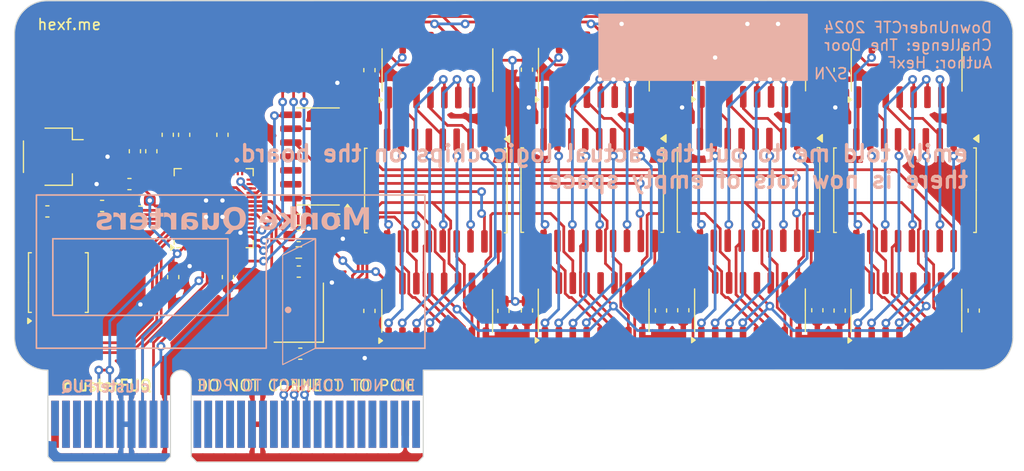
<source format=kicad_pcb>
(kicad_pcb (version 20240108) (generator "pcbnew") (generator_version "8.0")
  (layers (0 "F.Cu" signal) (31 "B.Cu" signal) (34 "B.Paste" user) (35 "F.Paste" user) (36 "B.SilkS" user "B.Silkscreen") (37 "F.SilkS" user "F.Silkscreen") (38 "B.Mask" user) (39 "F.Mask" user) (44 "Edge.Cuts" user))
  (net 0 "")
  (net 1 "+5V")
  (net 2 "+3V3")
  (net 3 "GND")
  (net 4 "Net-(U102-XIN)")
  (net 5 "/XOUT1")
  (net 6 "Net-(U102-VREG_VOUT)")
  (net 7 "/SWCLK")
  (net 8 "/SWDIO")
  (net 11 "/SCK")
  (net 20 "/CS")
  (net 21 "+5V_0")
  (net 24 "/WCLK")
  (net 35 "+AUX")
  (net 38 "/RCLK")
  (net 39 "+AUX_0")
  (net 43 "+AUX_1")
  (net 45 "/~{RESET}")
  (net 46 "+5V_1")
  (net 49 "+AUX_2")
  (net 51 "/MISO")
  (net 53 "/MOSI")
  (net 58 "/WDAT")
  (net 59 "+5V_2")
  (net 61 "Net-(U102-XOUT)")
  (net 62 "/QSPI.CK")
  (net 63 "/QSPI.D3")
  (net 64 "/QSPI.D2")
  (net 65 "/QSPI.D0")
  (net 66 "/QSPI.SS")
  (net 67 "/QSPI.D1")
  (net 92 "/Public/WCLK")
  (net 93 "/Public/RCLK")
  (net 94 "/Public/WDAT")
  (net 95 "/FLAG_RELEASE")
  (net 96 "/Public/SECRET_CODE3")
  (net 97 "/Public/SECRET_CODE7")
  (net 98 "/Public/SECRET_CODE2")
  (net 99 "/Public/SECRET_CODE5")
  (net 100 "/Public/SECRET_CODE4")
  (net 101 "/Public/SECRET_CODE6")
  (net 102 "/Public/SECRET_CODE0")
  (net 103 "Net-(U103-QH')")
  (net 104 "/Public/SECRET_CODE1")
  (net 105 "/Public/SECRET_CODE14")
  (net 106 "/Public/SECRET_CODE11")
  (net 107 "/Public/SECRET_CODE13")
  (net 108 "/Public/SECRET_CODE15")
  (net 109 "/Public/SECRET_CODE9")
  (net 110 "Net-(U104-QH')")
  (net 111 "/Public/SECRET_CODE8")
  (net 112 "/Public/SECRET_CODE10")
  (net 113 "/Public/SECRET_CODE12")
  (net 114 "/Public/SECRET_CODE21")
  (net 115 "/Public/SECRET_CODE22")
  (net 116 "/Public/SECRET_CODE18")
  (net 117 "/Public/SECRET_CODE23")
  (net 118 "/Public/SECRET_CODE16")
  (net 119 "/Public/SECRET_CODE20")
  (net 120 "/Public/SECRET_CODE17")
  (net 121 "Net-(U105-QH')")
  (net 122 "/Public/SECRET_CODE19")
  (net 123 "/Public/SECRET_CODE28")
  (net 124 "/Public/SECRET_CODE29")
  (net 125 "/Public/SECRET_CODE30")
  (net 126 "/Public/SECRET_CODE24")
  (net 128 "/Public/SECRET_CODE26")
  (net 129 "/Public/SECRET_CODE31")
  (net 130 "/Public/SECRET_CODE25")
  (net 131 "/Public/SECRET_CODE27")
  (net 132 "/Public/ENTERED_CODE6")
  (net 133 "/Public/ENTERED_CODE4")
  (net 134 "Net-(U209-QH')")
  (net 135 "/Public/ENTERED_CODE2")
  (net 136 "/Public/ENTERED_CODE7")
  (net 137 "/Public/ENTERED_CODE5")
  (net 138 "/Public/ENTERED_CODE1")
  (net 139 "/Public/ENTERED_CODE0")
  (net 140 "/Public/ENTERED_CODE3")
  (net 141 "/Public/ENTERED_CODE8")
  (net 142 "/Public/ENTERED_CODE13")
  (net 143 "/Public/ENTERED_CODE9")
  (net 144 "/Public/ENTERED_CODE12")
  (net 145 "/Public/ENTERED_CODE11")
  (net 146 "Net-(U210-QH')")
  (net 147 "/Public/ENTERED_CODE14")
  (net 148 "/Public/ENTERED_CODE15")
  (net 149 "/Public/ENTERED_CODE10")
  (net 150 "/Public/ENTERED_CODE20")
  (net 151 "/Public/ENTERED_CODE22")
  (net 152 "/Public/ENTERED_CODE18")
  (net 153 "/Public/ENTERED_CODE16")
  (net 154 "/Public/ENTERED_CODE21")
  (net 155 "Net-(U211-QH')")
  (net 156 "/Public/ENTERED_CODE19")
  (net 157 "/Public/ENTERED_CODE17")
  (net 158 "/Public/ENTERED_CODE23")
  (net 159 "/Public/ENTERED_CODE28")
  (net 160 "/Public/ENTERED_CODE29")
  (net 161 "/Public/ENTERED_CODE27")
  (net 163 "/Public/ENTERED_CODE31")
  (net 164 "/Public/ENTERED_CODE25")
  (net 165 "/Public/ENTERED_CODE24")
  (net 166 "/Public/ENTERED_CODE26")
  (net 167 "/Public/ENTERED_CODE30")
  (net 168 "Net-(U213-P=R)")
  (net 169 "Net-(U214-P=R)")
  (net 170 "Net-(U215-P=R)")
  (net 171 "Net-(U216-P=R)")
  (net 173 "Net-(U217-Pad6)")
  (net 174 "Net-(U217-Pad10)")
  (footprint "Crystal:Crystal_SMD_3225-4Pin_3.2x2.5mm_HandSoldering" (layer "F.Cu") (at 152.975 94.75 90)
    (property "Reference" "Y101" (hide yes))
    (property "Value" "XC32M4-12.000-F18LJDT")
  )
  (footprint "Capacitor_SMD:C_0603_1608Metric_Pad1.08x0.95mm_HandSolder" (layer "F.Cu") (at 146 78.5 90)
    (property "Reference" "C115" (hide yes))
    (property "Value" "100nF")
  )
  (footprint "Connector_JST:JST_SH_SM03B-SRSS-TB_1x03-1MP_P1.00mm_Horizontal" (layer "F.Cu") (at 130.5 80.5 -90)
    (property "Reference" "J101" (hide yes))
    (property "Value" "Conn_01x03_Pin")
  )
  (footprint "Capacitor_SMD:C_0603_1608Metric_Pad1.08x0.95mm_HandSolder" (layer "F.Cu") (at 137.5 83 180)
    (property "Reference" "C110" (hide yes))
    (property "Value" "100nF")
  )
  (footprint "Package_SO:SOIC-20W_7.5x12.8mm_P1.27mm" (layer "F.Cu") (at 179.79 83.55 -90)
    (property "Reference" "U214" (hide yes))
    (property "Value" "74HC688")
  )
  (footprint "Capacitor_SMD:C_0603_1608Metric_Pad1.08x0.95mm_HandSolder" (layer "F.Cu") (at 130 85.5)
    (property "Reference" "C101" (hide yes))
    (property "Value" "100nF")
  )
  (footprint "Package_SO:SOIC-8_5.23x5.23mm_P1.27mm" (layer "F.Cu") (at 131 92 90)
    (property "Reference" "U101" (hide yes))
    (property "Value" "W25Q16JVSS")
  )
  (footprint "Package_SO:SOP-16_3.9x9.9mm_P1.27mm" (layer "F.Cu") (at 179.94 72.55 90)
    (property "Reference" "U104" (hide yes))
    (property "Value" "74HC595")
  )
  (footprint "Capacitor_SMD:C_0603_1608Metric_Pad1.08x0.95mm_HandSolder" (layer "F.Cu") (at 214.65 94.56 -90)
    (property "Reference" "C208" (hide yes))
    (property "Value" "100nF")
  )
  (footprint "Capacitor_SMD:C_0603_1608Metric_Pad1.08x0.95mm_HandSolder" (layer "F.Cu") (at 152.975 91 180)
    (property "Reference" "C103" (hide yes))
    (property "Value" "27pF")
  )
  (footprint "Capacitor_SMD:C_0603_1608Metric_Pad1.08x0.95mm_HandSolder" (layer "F.Cu") (at 141.5 91.5 -90)
    (property "Reference" "C112" (hide yes))
    (property "Value" "100nF")
  )
  (footprint "Capacitor_SMD:C_0603_1608Metric_Pad1.08x0.95mm_HandSolder" (layer "F.Cu") (at 173.825 94.55 -90)
    (property "Reference" "C201" (hide yes))
    (property "Value" "100nF")
  )
  (footprint "Package_SO:SOP-16_3.9x9.9mm_P1.27mm" (layer "F.Cu") (at 208.52 72.56 90)
    (property "Reference" "U106" (hide yes))
    (property "Value" "74HC595")
  )
  (footprint "Capacitor_SMD:C_0603_1608Metric_Pad1.08x0.95mm_HandSolder" (layer "F.Cu") (at 135 85)
    (property "Reference" "C105" (hide yes))
    (property "Value" "100nF")
  )
  (footprint "Package_SO:SOP-16_3.9x9.9mm_P1.27mm" (layer "F.Cu") (at 208.5 94.56 90)
    (property "Reference" "U212" (hide yes))
    (property "Value" "74HC595")
  )
  (footprint "Capacitor_SMD:C_0603_1608Metric_Pad1.08x0.95mm_HandSolder" (layer "F.Cu") (at 152.975 86.25 180)
    (property "Reference" "C104" (hide yes))
    (property "Value" "100nF")
  )
  (footprint "Package_SO:SOP-16_3.9x9.9mm_P1.27mm" (layer "F.Cu") (at 179.92 94.55 90)
    (property "Reference" "U210" (hide yes))
    (property "Value" "74HC595")
  )
  (footprint "Package_SO:SOIC-20W_7.5x12.8mm_P1.27mm" (layer "F.Cu") (at 194.075 83.53 -90)
    (property "Reference" "U215" (hide yes))
    (property "Value" "74HC688")
  )
  (footprint "Capacitor_SMD:C_0603_1608Metric_Pad1.08x0.95mm_HandSolder" (layer "F.Cu") (at 186.075 94.55 -90)
    (property "Reference" "C206" (hide yes))
    (property "Value" "100nF")
  )
  (footprint "Capacitor_SMD:C_0603_1608Metric_Pad1.08x0.95mm_HandSolder" (layer "F.Cu") (at 141 78.5 90)
    (property "Reference" "C109" (hide yes))
    (property "Value" "100nF")
  )
  (footprint "Capacitor_SMD:C_0603_1608Metric_Pad1.08x0.95mm_HandSolder" (layer "F.Cu") (at 153.1125 98.5)
    (property "Reference" "C102" (hide yes))
    (property "Value" "27pF")
  )
  (footprint "Resistor_SMD:R_0603_1608Metric_Pad0.98x0.95mm_HandSolder" (layer "F.Cu") (at 152.975 89.25 180)
    (property "Reference" "R103" (hide yes))
    (property "Value" "1k")
  )
  (footprint "Connector_PCBEdge:BUS_PCIexpress_x4" (layer "F.Cu") (at 130.7 104.95)
    (property "Reference" "J201" (hide yes))
    (property "Value" "clusterFUQ_Connector")
    (fp_line (start -0.65 -4.95) (end -0.65 2.95) (stroke (width 0.1)) (layer "Edge.Cuts"))
    (fp_line (start -0.65 2.95) (end -0.15 3.45) (stroke (width 0.1)) (layer "Edge.Cuts"))
    (fp_line (start -0.15 3.45) (end 10.05 3.45) (stroke (width 0.1)) (layer "Edge.Cuts"))
    (fp_line (start 10.55 -4) (end 10.55 2.95) (stroke (width 0.1)) (layer "Edge.Cuts"))
    (fp_line (start 10.55 2.95) (end 10.05 3.45) (stroke (width 0.1)) (layer "Edge.Cuts"))
    (fp_line (start 12.45 -4) (end 12.45 2.95) (stroke (width 0.1)) (layer "Edge.Cuts"))
    (fp_line (start 12.45 2.95) (end 12.95 3.45) (stroke (width 0.1)) (layer "Edge.Cuts"))
    (fp_line (start 12.95 3.45) (end 33.15 3.45) (stroke (width 0.1)) (layer "Edge.Cuts"))
    (fp_line (start 33.65 -4.95) (end 33.65 2.95) (stroke (width 0.1)) (layer "Edge.Cuts"))
    (fp_line (start 33.65 2.95) (end 33.15 3.45) (stroke (width 0.1)) (layer "Edge.Cuts"))
    (fp_arc (start 10.55 -4) (mid 11.5 -4.95) (end 12.45 -4) (stroke (width 0.1)) (layer "Edge.Cuts"))
  )
  (footprint "Capacitor_SMD:C_0603_1608Metric_Pad1.08x0.95mm_HandSolder" (layer "F.Cu") (at 156.5875 86.25)
    (property "Reference" "C209" (hide yes))
    (property "Value" "100nF")
  )
  (footprint "Capacitor_SMD:C_0603_1608Metric_Pad1.08x0.95mm_HandSolder" (layer "F.Cu") (at 188.11 94.53 -90)
    (property "Reference" "C203" (hide yes))
    (property "Value" "100nF")
  )
  (footprint "Capacitor_SMD:C_0603_1608Metric_Pad1.08x0.95mm_HandSolder" (layer "F.Cu") (at 142.5 78.5 90)
    (property "Reference" "C108" (hide yes))
    (property "Value" "100nF")
  )
  (footprint "Package_SO:SOP-16_3.9x9.9mm_P1.27mm" (layer "F.Cu") (at 194.205 94.53 90)
    (property "Reference" "U211" (hide yes))
    (property "Value" "74HC595")
  )
  (footprint "Package_SO:SOIC-20W_7.5x12.8mm_P1.27mm" (layer "F.Cu") (at 208.37 83.56 -90)
    (property "Reference" "U216" (hide yes))
    (property "Value" "74HC688")
  )
  (footprint "Capacitor_SMD:C_0603_1608Metric_Pad1.08x0.95mm_HandSolder" (layer "F.Cu") (at 159.43 72.59 -90)
    (property "Reference" "C116" (hide yes))
    (property "Value" "100nF")
  )
  (footprint "Capacitor_SMD:C_0603_1608Metric_Pad1.08x0.95mm_HandSolder" (layer "F.Cu") (at 200.36 94.53 -90)
    (property "Reference" "C207" (hide yes))
    (property "Value" "100nF")
  )
  (footprint "Package_DFN_QFN:QFN-56-1EP_7x7mm_P0.4mm_EP3.2x3.2mm" (layer "F.Cu") (at 145.2 85.2 90)
    (property "Reference" "U102" (hide yes))
    (property "Value" "RP2040")
  )
  (footprint "Package_SO:SOIC-20W_7.5x12.8mm_P1.27mm" (layer "F.Cu") (at 165.495 83.59 -90)
    (property "Reference" "U213" (hide yes))
    (property "Value" "74HC688")
  )
  (footprint "Capacitor_SMD:C_0603_1608Metric_Pad1.08x0.95mm_HandSolder" (layer "F.Cu") (at 171.68 94.59 -90)
    (property "Reference" "C205" (hide yes))
    (property "Value" "100nF")
  )
  (footprint "Capacitor_SMD:C_0603_1608Metric_Pad1.08x0.95mm_HandSolder" (layer "F.Cu") (at 138.5 84.5 180)
    (property "Reference" "C111" (hide yes))
    (property "Value" "100nF")
  )
  (footprint "Capacitor_SMD:C_0603_1608Metric_Pad1.08x0.95mm_HandSolder" (layer "F.Cu") (at 159.43 94.59 -90)
    (property "Reference" "C202" (hide yes))
    (property "Value" "100nF")
  )
  (footprint "Package_SO:SOP-16_3.9x9.9mm_P1.27mm" (layer "F.Cu") (at 165.645 72.59 90)
    (property "Reference" "U103" (hide yes))
    (property "Value" "74HC595")
  )
  (footprint "Package_SO:SOIC-14_3.9x8.7mm_P1.27mm" (layer "F.Cu") (at 154.725 80.48 180)
    (property "Reference" "U217" (hide yes))
    (property "Value" "74HC32")
  )
  (footprint "Capacitor_SMD:C_0603_1608Metric_Pad1.08x0.95mm_HandSolder" (layer "F.Cu") (at 187.86 72.5175 -90)
    (property "Reference" "C118" (hide yes))
    (property "Value" "100nF")
  )
  (footprint "Capacitor_SMD:C_0603_1608Metric_Pad1.08x0.95mm_HandSolder" (layer "F.Cu") (at 139.5 80 90)
    (property "Reference" "C107" (hide yes))
    (property "Value" "1uF")
  )
  (footprint "Capacitor_SMD:C_0603_1608Metric_Pad1.08x0.95mm_HandSolder" (layer "F.Cu") (at 138 80 -90)
    (property "Reference" "C106" (hide yes))
    (property "Value" "1uF")
  )
  (footprint "Capacitor_SMD:C_0603_1608Metric_Pad1.08x0.95mm_HandSolder" (layer "F.Cu") (at 202.4 94.56 -90)
    (property "Reference" "C204" (hide yes))
    (property "Value" "100nF")
  )
  (footprint "Package_SO:SOP-16_3.9x9.9mm_P1.27mm" (layer "F.Cu") (at 165.625 94.59 90)
    (property "Reference" "U209" (hide yes))
    (property "Value" "74HC595")
  )
  (footprint "Package_SO:SOP-16_3.9x9.9mm_P1.27mm" (layer "F.Cu") (at 194.225 72.53 90)
    (property "Reference" "U105" (hide yes))
    (property "Value" "74HC595")
  )
  (footprint "Capacitor_SMD:C_0603_1608Metric_Pad1.08x0.95mm_HandSolder" (layer "F.Cu") (at 202.4 72.56 -90)
    (property "Reference" "C119" (hide yes))
    (property "Value" "100nF")
  )
  (footprint "Capacitor_SMD:C_0603_1608Metric_Pad1.08x0.95mm_HandSolder" (layer "F.Cu") (at 152.975 87.75)
    (property "Reference" "C114" (hide yes))
    (property "Value" "100nF")
  )
  (footprint "Capacitor_SMD:C_0603_1608Metric_Pad1.08x0.95mm_HandSolder" (layer "F.Cu") (at 146.5 91.5 -90)
    (property "Reference" "C113" (hide yes))
    (property "Value" "100nF")
  )
  (footprint "Capacitor_SMD:C_0603_1608Metric_Pad1.08x0.95mm_HandSolder" (layer "F.Cu") (at 173.825 72.55 -90)
    (property "Reference" "C117" (hide yes))
    (property "Value" "100nF")
  )
  (gr_poly (pts (xy 154.5 98) (xy 154.5 88) (xy 151.5 89.5) (xy 151.5 99.5)) (stroke (width 0.1)) (fill none) (layer "B.SilkS"))
  (gr_rect (start 130.5 88) (end 146.5 95) (stroke (width 0.15)) (fill none) (layer "B.SilkS"))
  (gr_circle (center 152 94.5) (end 152.001 94.5) (stroke (width 0.3)) (fill none) (layer "B.SilkS"))
  (gr_poly (pts (xy 154.5 98) (xy 164.5 98) (xy 164.5 84) (xy 129 84) (xy 129 98) (xy 150 98) (xy 150 88) (xy 154.5 88)) (stroke (width 0.15)) (fill none) (layer "B.SilkS"))
  (gr_rect (start 180.422618 67.5) (end 199.422618 73.5) (stroke (width 0.15)) (fill solid) (layer "B.SilkS"))
  (gr_arc (start 215.225 66.23) (mid 217.346333 67.108673) (end 218.225 69.23) (stroke (width 0.1)) (layer "Edge.Cuts"))
  (gr_line (start 130 66.25) (end 215.225 66.23) (stroke (width 0.1)) (layer "Edge.Cuts"))
  (gr_line (start 218.225 69.23) (end 218.225 96.98) (stroke (width 0.1)) (layer "Edge.Cuts"))
  (gr_arc (start 130.05 99.999999) (mid 127.896138 99.139219) (end 126.999584 97) (stroke (width 0.1)) (layer "Edge.Cuts"))
  (gr_line (start 127 97) (end 127 69.25) (stroke (width 0.1)) (layer "Edge.Cuts"))
  (gr_arc (start 218.225 96.98) (mid 217.346319 99.101313) (end 215.225 99.98) (stroke (width 0.1)) (layer "Edge.Cuts"))
  (gr_arc (start 127 69.25) (mid 127.87868 67.12868) (end 130 66.25) (stroke (width 0.1)) (layer "Edge.Cuts"))
  (gr_line (start 164.37868 100) (end 164.35 100) (stroke (width 0.1)) (layer "Edge.Cuts"))
  (gr_line (start 164.37868 100) (end 215.225 99.98) (stroke (width 0.1)) (layer "Edge.Cuts"))
  (gr_text "S/N" (at 203.2 73.5 -0) (layer "B.SilkS") (effects (font (size 1 1)) (justify left bottom mirror)))
  (gr_text "DO NOT CONNECT TO PCIE" (at 163.7 102 0) (layer "B.SilkS") (effects (font (size 1 1)) (justify left bottom mirror)))
  (gr_text "Monke Quarters" (at 147 87.5 0) (layer "B.SilkS") (effects (font (size 2 2) (thickness 0.2) (bold yes)) (justify bottom mirror)))
  (gr_text "DownUnderCTF 2024\nChallenge: The Door\nAuthor: HexF" (at 216.422618 72.5 0) (layer "B.SilkS") (effects (font (size 1 1)) (justify left bottom mirror)))
  (gr_text "clusterFUQ" (at 139.5 102.1 0) (layer "B.SilkS") (effects (font (size 1 1) (thickness 0.2) (bold yes)) (justify left bottom mirror)))
  (gr_text "emily told me to put the actual logic chips on the board.\nthere is now lots of empty space" (at 214.3 83.5 0) (layer "B.SilkS") (effects (font (size 1.5 1.5) (thickness 0.3) (bold yes)) (justify left bottom mirror)))
  (gr_text "DO NOT CONNECT TO PCIE" (at 143.6 102 0) (layer "F.SilkS") (effects (font (size 1 1)) (justify left bottom)))
  (gr_text "clusterFUQ" (at 131.3 102 0) (layer "F.SilkS") (effects (font (size 1 1) (thickness 0.2) (bold yes)) (justify left bottom)))
  (gr_text "hexf.me" (at 129 69 0) (layer "F.SilkS") (effects (font (size 1 1)) (justify left bottom)))
  (segment (start 202.4275 93.7275) (end 204.065 92.09) (width 0.25) (layer "F.Cu") (net 2))
  (segment (start 189.439804 98.365) (end 189 97.925196) (width 0.25) (layer "F.Cu") (net 2))
  (segment (start 178.3 72.115) (end 179.305 71.11) (width 0.25) (layer "F.Cu") (net 2))
  (segment (start 182.4 96) (end 182.4 98.120196) (width 0.25) (layer "F.Cu") (net 2))
  (segment (start 183.115 71.049999) (end 183.115 70.05) (width 0.25) (layer "F.Cu") (net 2))
  (segment (start 199.8 93.2575) (end 200.27 93.7275) (width 0.25) (layer "F.Cu") (net 2))
  (segment (start 175.495 70.09) (end 175.495 71.164595) (width 0.25) (layer "F.Cu") (net 2))
  (segment (start 212.61625 93.58375) (end 212.26 93.94) (width 0.25) (layer "F.Cu") (net 2))
  (segment (start 211.705 71.089999) (end 211.705 70.09) (width 0.25) (layer "F.Cu") (net 2))
  (segment (start 196.384999 72.115) (end 197.41 71.089999) (width 0.25) (layer "F.Cu") (net 2))
  (segment (start 168.82 70.09) (end 168.82 71.089999) (width 0.25) (layer "F.Cu") (net 2))
  (segment (start 164.005 72.115) (end 167.794999 72.115) (width 0.25) (layer "F.Cu") (net 2))
  (segment (start 159.6 71.69) (end 161.2 70.09) (width 0.25) (layer "F.Cu") (net 2))
  (segment (start 129.095 88.4) (end 129.095 85.5425) (width 0.25) (layer "F.Cu") (net 2))
  (segment (start 197.965 92.665) (end 197.39 92.09) (width 0.25) (layer "F.Cu") (net 2))
  (segment (start 173.8375 93.7275) (end 175.475 92.09) (width 0.25) (layer "F.Cu") (net 2))
  (segment (start 183.67 98.120196) (end 183.67 93.94) (width 0.25) (layer "F.Cu") (net 2))
  (segment (start 205.035405 72.115) (end 206.89 72.115) (width 0.25) (layer "F.Cu") (net 2))
  (segment (start 197.4 70.03) (end 197.4 71.029999) (width 0.25) (layer "F.Cu") (net 2))
  (segment (start 151.3 86.9375) (end 152.1125 87.75) (width 0.25) (layer "F.Cu") (net 2))
  (segment (start 204.085 70.09) (end 204.085 71.164595) (width 0.25) (layer "F.Cu") (net 2))
  (segment (start 146.2 88.6375) (end 146.2 90.3375) (width 0.25) (layer "F.Cu") (net 2))
  (segment (start 214.095 93.2575) (end 214.565 93.7275) (width 0.25) (layer "F.Cu") (net 2))
  (segment (start 190.740405 72.115) (end 192.595 72.115) (width 0.25) (layer "F.Cu") (net 2))
  (segment (start 152.631366 85.5) (end 152.631366 84.671366) (width 0.25) (layer "F.Cu") (net 2))
  (segment (start 169.375 98.120196) (end 169.375 93.94) (width 0.25) (layer "F.Cu") (net 2))
  (segment (start 167.860196 98.365) (end 160.849804 98.365) (width 0.25) (layer "F.Cu") (net 2))
  (segment (start 139.8625 85) (end 139.3625 84.5) (width 0.25) (layer "F.Cu") (net 2))
  (segment (start 197.965 98.120196) (end 197.965 93.94) (width 0.25) (layer "F.Cu") (net 2))
  (segment (start 185.505 93.2575) (end 185.975 93.7275) (width 0.25) (layer "F.Cu") (net 2))
  (segment (start 200.36 93.6675) (end 202.37 93.6675) (width 0.25) (layer "F.Cu") (net 2))
  (segment (start 169.417501 71.6875) (end 172.5 71.6875) (width 0.25) (layer "F.Cu") (net 2))
  (segment (start 184.02625 93.58375) (end 183.67 93.94) (width 0.25) (layer "F.Cu") (net 2))
  (segment (start 210.745196 98.365) (end 212.015196 98.365) (width 0.25) (layer "F.Cu") (net 2))
  (segment (start 203.3 94.7125) (end 202.315 93.7275) (width 0.25) (layer "F.Cu") (net 2))
  (segment (start 212.015196 98.365) (end 212.26 98.120196) (width 0.25) (layer "F.Cu") (net 2))
  (segment (start 214.42125 93.58375) (end 212.61625 93.58375) (width 0.25) (layer "F.Cu") (net 2))
  (segment (start 139.3625 84) (end 138.3625 83) (width 0.25) (layer "F.Cu") (net 2))
  (segment (start 185.505 88.24) (end 185.505 93.2575) (width 0.25) (layer "F.Cu") (net 2))
  (segment (start 152.925 86.9375) (end 152.925 85.793634) (width 0.25) (layer "F.Cu") (net 2))
  (segment (start 135.7 104.95) (end 135.7 100) (width 0.25) (layer "F.Cu") (net 2))
  (segment (start 155.725 88.725) (end 157 90) (width 0.25) (layer "F.Cu") (net 2))
  (segment (start 148.075 85) (end 148.6375 85) (width 0.25) (layer "F.Cu") (net 2))
  (segment (start 135.7 100) (end 134.7 100) (width 0.25) (layer "F.Cu") (net 2))
  (segment (start 173.895 71.69) (end 175.495 70.09) (width 0.25) (layer "F.Cu") (net 2))
  (segment (start 168.82 71.089999) (end 169.417501 71.6875) (width 0.25) (layer "F.Cu") (net 2))
  (segment (start 171.21 88.24) (end 171.21 93.2575) (width 0.25) (layer "F.Cu") (net 2))
  (segment (start 196.450196 98.365) (end 197.720196 98.365) (width 0.25) (layer "F.Cu") (net 2))
  (segment (start 141 79.3625) (end 142.5 79.3625) (width 0.25) (layer "F.Cu") (net 2))
  (segment (start 167.860196 98.365) (end 169.130196 98.365) (width 0.25) (layer "F.Cu") (net 2))
  (segment (start 182.155196 98.365) (end 183.425196 98.365) (width 0.25) (layer "F.Cu") (net 2))
  (segment (start 164.99 92.944804) (end 168.105 96.059804) (width 0.25) (layer "F.Cu") (net 2))
  (segment (start 129.1375 85.3625) (end 132.425 82.075) (width 0.25) (layer "F.Cu") (net 2))
  (segment (start 141.5 90.6375) (end 141.5 89.7375) (width 0.25) (layer "F.Cu") (net 2))
  (segment (start 210.99 95.89) (end 210.99 98.120196) (width 0.25) (layer "F.Cu") (net 2))
  (segment (start 192.595 72.115) (end 193.6 71.11) (width 0.25) (layer "F.Cu") (net 2))
  (segment (start 161.2 71.164595) (end 162.150405 72.115) (width 0.25) (layer "F.Cu") (net 2))
  (segment (start 182.089999 72.115) (end 183.115 71.089999) (width 0.25) (layer "F.Cu") (net 2))
  (segment (start 192.595 72.115) (end 196.384999 72.115) (width 0.25) (layer "F.Cu") (net 2))
  (segment (start 146.2 79.5625) (end 146.2 81.7625) (width 0.25) (layer "F.Cu") (net 2))
  (segment (start 199.8 88.24) (end 199.8 93.2575) (width 0.25) (layer "F.Cu") (net 2))
  (segment (start 196.450196 98.365) (end 189.439804 98.365) (width 0.25) (layer "F.Cu") (net 2))
  (segment (start 185.83125 93.58375) (end 184.02625 93.58375) (width 0.25) (layer "F.Cu") (net 2))
  (segment (start 145.825 87.575) (end 146.2 87.95) (width 0.25) (layer "F.Cu") (net 2))
  (segment (start 182.4 98.120196) (end 182.155196 98.365) (width 0.25) (layer "F.Cu") (net 2))
  (segment (start 149.998506 85) (end 151.3 86.301494) (width 0.25) (layer "F.Cu") (net 2))
  (segment (start 174.7 94.7025) (end 173.725 93.7275) (width 0.25) (layer "F.Cu") (net 2))
  (segment (start 188.1325 93.7275) (end 189.77 92.09) (width 0.25) (layer "F.Cu") (net 2))
  (segment (start 198.067501 71.6975) (end 202.4 71.6975) (width 0.25) (layer "F.Cu") (net 2))
  (segment (start 142.5 79.3625) (end 146 79.3625) (width 0.25) (layer "F.Cu") (net 2))
  (segment (start 165.01 71.11) (end 165.01 70.09) (width 0.25) (layer "F.Cu") (net 2))
  (segment (start 202.485 71.69) (end 204.085 70.09) (width 0.25) (layer "F.Cu") (net 2))
  (segment (start 203.734804 98.365) (end 203.3 97.930196) (width 0.25) (layer "F.Cu") (net 2))
  (segment (start 138.3625 83) (end 137.25 81.8875) (width 0.25) (layer "F.Cu") (net 2))
  (segment (start 210.745196 98.365) (end 203.734804 98.365) (width 0.25) (layer "F.Cu") (net 2))
  (segment (start 148.6375 85) (end 149.998506 85) (width 0.25) (layer "F.Cu") (net 2))
  (segment (start 183.115 71.089999) (end 183.115 70.09) (width 0.25) (layer "F.Cu") (net 2))
  (segment (start 139.5 80.8625) (end 141 79.3625) (width 0.25) (layer "F.Cu") (net 2))
  (segment (start 164.005 72.115) (end 165.01 71.11) (width 0.25) (layer "F.Cu") (net 2))
  (segment (start 183.67 92.665) (end 183.095 92.09) (width 0.25) (layer "F.Cu") (net 2))
  (segment (start 172.75 93.7275) (end 173.785 93.7275) (width 0.25) (layer "F.Cu") (net 2))
  (segment (start 171.21 93.2575) (end 171.68 93.7275) (width 0.25) (layer "F.Cu") (net 2))
  (segment (start 204.085 71.164595) (end 205.035405 72.115) (width 0.25) (layer "F.Cu") (net 2))
  (segment (start 141.7625 83) (end 139.625 80.8625) (width 0.25) (layer "F.Cu") (net 2))
  (segment (start 160.09 91) (end 161.18 92.09) (width 0.25) (layer "F.Cu") (net 2))
  (segment (start 141.5 89.7375) (end 141.86875 89.36875) (width 0.25) (layer "F.Cu") (net 2))
  (segment (start 160.4 94.6975) (end 159.43 93.7275) (width 0.25) (layer "F.Cu") (net 2))
  (segment (start 155.725 86.04) (end 153.975 84.29) (width 0.25) (layer "F.Cu") (net 2))
  (segment (start 189.79 70.09) (end 189.79 71.164595) (width 0.25) (layer "F.Cu") (net 2))
  (segment (start 141.1 84.6) (end 139.5 83) (width 0.25) (layer "F.Cu") (net 2))
  (segment (start 160.849804 98.365) (end 160.4 97.915196) (width 0.25) (layer "F.Cu") (net 2))
  (segment (start 186.075 93.6875) (end 188.09 93.6875) (width 0.25) (layer "F.Cu") (net 2))
  (segment (start 197.720196 98.365) (end 197.965 98.120196) (width 0.25) (layer "F.Cu") (net 2))
  (segment (start 159.5425 93.7275) (end 161.18 92.09) (width 0.25) (layer "F.Cu") (net 2))
  (segment (start 197.4 71.029999) (end 198.067501 71.6975) (width 0.25) (layer "F.Cu") (net 2))
  (segment (start 162.150405 72.115) (end 164.005 72.115) (width 0.25) (layer "F.Cu") (net 2))
  (segment (start 171.68 93.7275) (end 172.75 93.7275) (width 0.25) (layer "F.Cu") (net 2))
  (segment (start 212.26 93.94) (end 212.26 92.665) (width 0.25) (layer "F.Cu") (net 2))
  (segment (start 175.495 71.164595) (end 176.445405 72.115) (width 0.25) (layer "F.Cu") (net 2))
  (segment (start 197.965 93.94) (end 197.965 92.665) (width 0.25) (layer "F.Cu") (net 2))
  (segment (start 169.375 93.94) (end 169.375 92.665) (width 0.25) (layer "F.Cu") (net 2))
  (segment (start 141.7625 84.6) (end 141.1 84.6) (width 0.25) (layer "F.Cu") (net 2))
  (segment (start 161.2 70.09) (end 161.2 71.164595) (width 0.25) (layer "F.Cu") (net 2))
  (segment (start 173.825 71.6875) (end 172.5 71.6875) (width 0.25) (layer "F.Cu") (net 2))
  (segment (start 206.89 72.115) (end 207.895 71.11) (width 0.25) (layer "F.Cu") (net 2))
  (segment (start 141.7625 80.125) (end 141.7625 82.6) (width 0.25) (layer "F.Cu") (net 2))
  (segment (start 210.99 98.120196) (end 210.745196 98.365) (width 0.25) (layer "F.Cu") (net 2))
  (segment (start 214.095 88.24) (end 214.095 93.2575) (width 0.25) (layer "F.Cu") (net 2))
  (segment (start 169.130196 98.365) (end 169.375 98.120196) (width 0.25) (layer "F.Cu") (net 2))
  (segment (start 137.25 81.8875) (end 137.25 80.25) (width 0.25) (layer "F.Cu") (net 2))
  (segment (start 146.2 87.95) (end 147.075 87.075) (width 0.25) (layer "F.Cu") (net 2))
  (segment (start 169.73125 93.58375) (end 169.375 93.94) (width 0.25) (layer "F.Cu") (net 2))
  (segment (start 206.89 72.115) (end 210.679999 72.115) (width 0.25) (layer "F.Cu") (net 2))
  (segment (start 142.6 88.6375) (end 142.6 88.138994) (width 0.25) (layer "F.Cu") (net 2))
  (segment (start 171.53625 93.58375) (end 169.73125 93.58375) (width 0.25) (layer "F.Cu") (net 2))
  (segment (start 169.375 92.665) (end 168.8 92.09) (width 0.25) (layer "F.Cu") (net 2))
  (segment (start 134.7 104.95) (end 134.7 100) (width 0.25) (layer "F.Cu") (net 2))
  (segment (start 187.86 71.655) (end 183.720001 71.655) (width 0.25) (layer "F.Cu") (net 2))
  (segment (start 178.3 72.115) (end 182.089999 72.115) (width 0.25) (layer "F.Cu") (net 2))
  (segment (start 198.32125 93.58375) (end 197.965 93.94) (width 0.25) (layer "F.Cu") (net 2))
  (segment (start 140.5 85) (end 141.7625 85) (width 0.25) (layer "F.Cu") (net 2))
  (segment (start 139.5 83) (end 138.3625 83) (width 0.25) (layer "F.Cu") (net 2))
  (segment (start 200.12625 93.58375) (end 198.32125 93.58375) (width 0.25) (layer "F.Cu") (net 2))
  (segment (start 137.4375 82.075) (end 138.3625 83) (width 0.25) (layer "F.Cu") (net 2))
  (segment (start 153.975 84.29) (end 152.25 84.29) (width 0.25) (layer "F.Cu") (net 2))
  (segment (start 189.79 71.164595) (end 190.740405 72.115) (width 0.25) (layer "F.Cu") (net 2))
  (segment (start 139.3625 84.5) (end 139.3625 84) (width 0.25) (layer "F.Cu") (net 2))
  (segment (start 168.105 96.059804) (end 168.105 98.120196) (width 0.25) (layer "F.Cu") (net 2))
  (segment (start 193.6 71.11) (end 193.6 70.09) (width 0.25) (layer "F.Cu") (net 2))
  (segment (start 212.26 98.120196) (end 212.26 93.94) (width 0.25) (layer "F.Cu") (net 2))
  (segment (start 142.6 81.7625) (end 142.6 79.4625) (width 0.25) (layer "F.Cu") (net 2))
  (segment (start 152.631366 84.671366) (end 152.25 84.29) (width 0.25) (layer "F.Cu") (net 2))
  (segment (start 141.86875 89.36875) (end 142.6 88.6375) (width 0.25) (layer "F.Cu") (net 2))
  (segment (start 147.075 86) (end 148.075 85) (width 0.25) (layer "F.Cu") (net 2))
  (segment (start 132.425 82.075) (end 137.4375 82.075) (width 0.25) (layer "F.Cu") (net 2))
  (segment (start 175.144804 98.365) (end 174.7 97.920196) (width 0.25) (layer "F.Cu") (net 2))
  (segment (start 176.445405 72.115) (end 178.3 72.115) (width 0.25) (layer "F.Cu") (net 2))
  (segment (start 183.67 93.94) (end 183.67 92.665) (width 0.25) (layer "F.Cu") (net 2))
  (segment (start 183.720001 71.655) (end 183.115 71.049999) (width 0.25) (layer "F.Cu") (net 2))
  (segment (start 139.8625 85) (end 140.5 85) (width 0.25) (layer "F.Cu") (net 2))
  (segment (start 197.41 71.089999) (end 197.41 70.09) (width 0.25) (layer "F.Cu") (net 2))
  (segment (start 196.695 95.995) (end 196.695 98.120196) (width 0.25) (layer "F.Cu") (net 2))
  (segment (start 143.163994 87.575) (end 145.825 87.575) (width 0.25) (layer "F.Cu") (net 2))
  (segment (start 182.155196 98.365) (end 175.144804 98.365) (width 0.25) (layer "F.Cu") (net 2))
  (segment (start 142.6 88.138994) (end 143.163994 87.575) (width 0.25) (layer "F.Cu") (net 2))
  (segment (start 174.7 97.920196) (end 174.7 94.7025) (width 0.25) (layer "F.Cu") (net 2))
  (segment (start 167.794999 72.115) (end 168.82 71.089999) (width 0.25) (layer "F.Cu") (net 2))
  (segment (start 203.3 97.930196) (end 203.3 94.7125) (width 0.25) (layer "F.Cu") (net 2))
  (segment (start 189 97.925196) (end 189 94.7075) (width 0.25) (layer "F.Cu") (net 2))
  (segment (start 207.875 92.775) (end 210.99 95.89) (width 0.25) (layer "F.Cu") (net 2))
  (segment (start 146.2 88.6375) (end 146.2 87.95) (width 0.25) (layer "F.Cu") (net 2))
  (segment (start 151.3 86.301494) (end 151.3 86.9375) (width 0.25) (layer "F.Cu") (net 2))
  (segment (start 179.305 71.11) (end 179.305 70.09) (width 0.25) (layer "F.Cu") (net 2))
  (segment (start 210.679999 72.115) (end 211.705 71.089999) (width 0.25) (layer "F.Cu") (net 2))
  (segment (start 207.895 71.11) (end 207.895 70.09) (width 0.25) (layer "F.Cu") (net 2))
  (segment (start 183.425196 98.365) (end 183.67 98.120196) (width 0.25) (layer "F.Cu") (net 2))
  (segment (start 141.7625 85) (end 139.8625 85) (width 0.25) (layer "F.Cu") (net 2))
  (segment (start 189 94.7075) (end 188.02 93.7275) (width 0.25) (layer "F.Cu") (net 2))
  (segment (start 137.45 80.05) (end 138.6875 80.05) (width 0.25) (layer "F.Cu") (net 2))
  (segment (start 147.075 87.075) (end 147.075 86) (width 0.25) (layer "F.Cu") (net 2))
  (segment (start 160 91) (end 160.09 91) (width 0.25) (layer "F.Cu") (net 2))
  (segment (start 152.925 85.793634) (end 152.631366 85.5) (width 0.25) (layer "F.Cu") (net 2))
  (segment (start 155.725 86.25) (end 155.725 88.725) (width 0.25) (layer "F.Cu") (net 2))
  (segment (start 196.695 98.120196) (end 196.450196 98.365) (width 0.25) (layer "F.Cu") (net 2))
  (segment (start 160.4 97.915196) (end 160.4 94.6975) (width 0.25) (layer "F.Cu") (net 2))
  (segment (start 179.285 92.885) (end 182.4 96) (width 0.25) (layer "F.Cu") (net 2))
  (segment (start 141 79.3625) (end 141.7625 80.125) (width 0.25) (layer "F.Cu") (net 2))
  (segment (start 188.19 71.69) (end 189.79 70.09) (width 0.25) (layer "F.Cu") (net 2))
  (segment (start 137.25 80.25) (end 137.45 80.05) (width 0.25) (layer "F.Cu") (net 2))
  (segment (start 168.105 98.120196) (end 167.860196 98.365) (width 0.25) (layer "F.Cu") (net 2))
  (segment (start 138.6875 80.05) (end 139.5 80.8625) (width 0.25) (layer "F.Cu") (net 2))
  (segment (start 212.26 92.665) (end 211.685 92.09) (width 0.25) (layer "F.Cu") (net 2))
  (segment (start 152.1125 87.75) (end 152.925 86.9375) (width 0.25) (layer "F.Cu") (net 2))
  (segment (start 193.58 92.88) (end 196.695 95.995) (width 0.25) (layer "F.Cu") (net 2))
  (via (at 172.5 71.6875) (size 0.8) (drill 0.4) (layers "F.Cu" "B.Cu") (net 2))
  (via (at 139.3625 84.5) (size 0.8) (drill 0.4) (layers "F.Cu" "B.Cu") (net 2))
  (via (at 135.7 100) (size 0.8) (drill 0.4) (layers "F.Cu" "B.Cu") (net 2))
  (via (at 172.75 93.7275) (size 0.8) (drill 0.4) (layers "F.Cu" "B.Cu") (net 2))
  (via (at 141.86875 89.36875) (size 0.8) (drill 0.4) (layers "F.Cu" "B.Cu") (net 2))
  (via (at 160 91) (size 0.8) (drill 0.4) (layers "F.Cu" "B.Cu") (net 2))
  (via (at 157 90) (size 0.8) (drill 0.4) (layers "F.Cu" "B.Cu") (net 2))
  (via (at 134.7 100) (size 0.8) (drill 0.4) (layers "F.Cu" "B.Cu") (net 2))
  (segment (start 139.3625 84.5) (end 139.3625 86.8625) (width 0.25) (layer "B.Cu") (net 2))
  (segment (start 135.7 100) (end 135.7 104.95) (width 0.25) (layer "B.Cu") (net 2))
  (segment (start 172.5 71.6875) (end 172.5 93.4775) (width 0.25) (layer "B.Cu") (net 2))
  (segment (start 134.7 100) (end 134.7 104.95) (width 0.25) (layer "B.Cu") (net 2))
  (segment (start 139.3625 86.8625) (end 141.86875 89.36875) (width 0.25) (layer "B.Cu") (net 2))
  (segment (start 135.7 100) (end 135.7 95.5375) (width 0.25) (layer "B.Cu") (net 2))
  (segment (start 158 91) (end 160 91) (width 0.25) (layer "B.Cu") (net 2))
  (segment (start 157 90) (end 158 91) (width 0.25) (layer "B.Cu") (net 2))
  (segment (start 135.7 95.5375) (end 141.86875 89.36875) (width 0.25) (layer "B.Cu") (net 2))
  (segment (start 172.5 93.4775) (end 172.75 93.7275) (width 0.25) (layer "B.Cu") (net 2))
  (segment (start 153.8375 87) (end 153.8375 87.75) (width 0.25) (layer "F.Cu") (net 3))
  (segment (start 153.8375 87.008542) (end 153.891777 87.062819) (width 0.25) (layer "F.Cu") (net 3))
  (segment (start 153.8375 86.25) (end 153.8375 87) (width 0.25) (layer "F.Cu") (net 3))
  (segment (start 147.65 86.688994) (end 147.65 87.445) (width 0.25) (layer "F.Cu") (net 3))
  (segment (start 136.6375 83.5) (end 137.6375 84.5) (width 0.25) (layer "F.Cu") (net 3))
  (segment (start 153.8375 87) (end 153.8375 87.008542) (width 0.25) (layer "F.Cu") (net 3))
  (segment (start 148.6375 86.2) (end 148.138994 86.2) (width 0.25) (layer "F.Cu") (net 3))
  (segment (start 148.138994 86.2) (end 147.65 86.688994) (width 0.25) (layer "F.Cu") (net 3))
  (segment (start 130.8625 85.5) (end 133.3625 83) (width 0.25) (layer "F.Cu") (net 3))
  (segment (start 133.3625 83) (end 134.5 83) (width 0.25) (layer "F.Cu") (net 3))
  (segment (start 136.6375 83) (end 136.6375 83.5) (width 0.25) (layer "F.Cu") (net 3))
  (via (at 144.5 84.5) (size 0.8) (drill 0.4) (layers "F.Cu" "B.Cu") (net 3))
  (via (at 138.5 94) (size 0.8) (drill 0.4) (layers "F.Cu" "B.Cu") (net 3))
  (via (at 136.5 101) (size 0.8) (drill 0.4) (layers "F.Cu" "B.Cu") (net 3))
  (via (at 153.891777 87.062819) (size 0.8) (drill 0.4) (layers "F.Cu" "B.Cu") (net 3))
  (via (at 134.5 83) (size 0.8) (drill 0.4) (layers "F.Cu" "B.Cu") (net 3))
  (via (at 188 76) (size 0.8) (drill 0.4) (layers "F.Cu" "B.Cu") (net 3))
  (via (at 156.5 73.75) (size 0.8) (drill 0.4) (layers "F.Cu" "B.Cu") (net 3))
  (via (at 135.5 80.5) (size 0.8) (drill 0.4) (layers "F.Cu" "B.Cu") (net 3))
  (via (at 202 76) (size 0.8) (drill 0.4) (layers "F.Cu" "B.Cu") (net 3))
  (via (at 174 76) (size 0.8) (drill 0.4) (layers "F.Cu" "B.Cu") (net 3))
  (via (at 146 86) (size 0.8) (drill 0.4) (layers "F.Cu" "B.Cu") (net 3))
  (via (at 156 92) (size 0.8) (drill 0.4) (layers "F.Cu" "B.Cu") (net 3))
  (via (at 146 84.5) (size 0.8) (drill 0.4) (layers "F.Cu" "B.Cu") (net 3))
  (via (at 143 90.5) (size 0.8) (drill 0.4) (layers "F.Cu" "B.Cu") (net 3))
  (via (at 144.5 86) (size 0.8) (drill 0.4) (layers "F.Cu" "B.Cu") (net 3))
  (via (at 157 88) (size 0.8) (drill 0.4) (layers "F.Cu" "B.Cu") (net 3))
  (via (at 147.65 87.445) (size 0.8) (drill 0.4) (layers "F.Cu" "B.Cu") (net 3))
  (via (at 137.5 101) (size 0.8) (drill 0.4) (layers "F.Cu" "B.Cu") (net 3))
  (via (at 159 98.9) (size 0.8) (drill 0.4) (layers "F.Cu" "B.Cu") (net 3))
  (segment (start 153.975 98.5) (end 153.975 96.35) (width 0.25) (layer "F.Cu") (net 4))
  (segment (start 150.9 94.875) (end 152.875 94.875) (width 0.25) (layer "F.Cu") (net 4))
  (segment (start 152.875 94.875) (end 154.125 96.125) (width 0.25) (layer "F.Cu") (net 4))
  (segment (start 150.5 94.475) (end 150.9 94.875) (width 0.25) (layer "F.Cu") (net 4))
  (segment (start 149.136006 85.8) (end 150.5 87.163994) (width 0.25) (layer "F.Cu") (net 4))
  (segment (start 150.5 87.163994) (end 150.5 94.475) (width 0.25) (layer "F.Cu") (net 4))
  (segment (start 148.6375 85.8) (end 149.136006 85.8) (width 0.25) (layer "F.Cu") (net 4))
  (segment (start 151.825 93.3) (end 151.825 91.2875) (width 0.25) (layer "F.Cu") (net 5))
  (segment (start 153.8625 89.25) (end 152.1125 91) (width 0.25) (layer "F.Cu") (net 5))
  (segment (start 142.475 85.186006) (end 142.261006 85.4) (width 0.25) (layer "F.Cu") (net 6))
  (segment (start 140.5375 83.4) (end 138 80.8625) (width 0.25) (layer "F.Cu") (net 6))
  (segment (start 142.975 83.475) (end 143.125 83.325) (width 0.25) (layer "F.Cu") (net 6))
  (segment (start 142.261006 85.4) (end 141.7625 85.4) (width 0.25) (layer "F.Cu") (net 6))
  (segment (start 141.7625 83.4) (end 140.5375 83.4) (width 0.25) (layer "F.Cu") (net 6))
  (segment (start 147.925 83.986006) (end 147.925 84.386006) (width 0.25) (layer "F.Cu") (net 6))
  (segment (start 142.475 83.475) (end 142.475 85.186006) (width 0.25) (layer "F.Cu") (net 6))
  (segment (start 142.4 83.4) (end 142.475 83.475) (width 0.25) (layer "F.Cu") (net 6))
  (segment (start 148.138994 84.6) (end 148.6375 84.6) (width 0.25) (layer "F.Cu") (net 6))
  (segment (start 147.925 84.386006) (end 148.138994 84.6) (width 0.25) (layer "F.Cu") (net 6))
  (segment (start 136.2625 85.4) (end 135.8625 85) (width 0.25) (layer "F.Cu") (net 6))
  (segment (start 143.125 83.325) (end 147.263994 83.325) (width 0.25) (layer "F.Cu") (net 6))
  (segment (start 148.6375 84.6) (end 150.4625 84.6) (width 0.25) (layer "F.Cu") (net 6))
  (segment (start 150.4625 84.6) (end 152.1125 86.25) (width 0.25) (layer "F.Cu") (net 6))
  (segment (start 141.7625 83.4) (end 142.4 83.4) (width 0.25) (layer "F.Cu") (net 6))
  (segment (start 142.475 83.475) (end 142.975 83.475) (width 0.25) (layer "F.Cu") (net 6))
  (segment (start 141.7625 85.4) (end 136.2625 85.4) (width 0.25) (layer "F.Cu") (net 6))
  (segment (start 147.263994 83.325) (end 147.925 83.986006) (width 0.25) (layer "F.Cu") (net 6))
  (segment (start 146.197052 76) (end 136 76) (width 0.25) (layer "F.Cu") (net 7))
  (segment (start 150 79.802948) (end 146.197052 76) (width 0.25) (layer "F.Cu") (net 7))
  (segment (start 149.301692 84.2) (end 150 83.501692) (width 0.25) (layer "F.Cu") (net 7))
  (segment (start 136 76) (end 132.5 79.5) (width 0.25) (layer "F.Cu") (net 7))
  (segment (start 148.6375 84.2) (end 149.301692 84.2) (width 0.25) (layer "F.Cu") (net 7))
  (segment (start 150 83.501692) (end 150 79.802948) (width 0.25) (layer "F.Cu") (net 7))
  (segment (start 133 81.5) (end 138 76.5) (width 0.25) (layer "F.Cu") (net 8))
  (segment (start 149.136006 83.8) (end 148.6375 83.8) (width 0.25) (layer "F.Cu") (net 8))
  (segment (start 149.5 79.868634) (end 149.5 83.436006) (width 0.25) (layer "F.Cu") (net 8))
  (segment (start 149.5 83.436006) (end 149.136006 83.8) (width 0.25) (layer "F.Cu") (net 8))
  (segment (start 138 76.5) (end 146.131366 76.5) (width 0.25) (layer "F.Cu") (net 8))
  (segment (start 146.131366 76.5) (end 149.5 79.868634) (width 0.25) (layer "F.Cu") (net 8))
  (segment (start 140.375 97.825827) (end 140.375 97.425) (width 0.25) (layer "F.Cu") (net 11))
  (segment (start 140.375 97.425) (end 145.4 92.4) (width 0.25) (layer "F.Cu") (net 11))
  (segment (start 145.4 92.4) (end 145.4 88.6375) (width 0.25) (layer "F.Cu") (net 11))
  (via (at 140.375 97.825827) (size 0.8) (drill 0.4) (layers "F.Cu" "B.Cu") (net 11))
  (segment (start 139.7 99.8) (end 139.7 104.95) (width 0.25) (layer "B.Cu") (net 11))
  (segment (start 140.375 97.825827) (end 140.375 99.125) (width 0.25) (layer "B.Cu") (net 11))
  (segment (start 140.375 99.125) (end 139.7 99.8) (width 0.25) (layer "B.Cu") (net 11))
  (segment (start 139.7 97.497058) (end 145 92.197058) (width 0.25) (layer "F.Cu") (net 20))
  (segment (start 139.7 104.95) (end 139.7 97.497058) (width 0.25) (layer "F.Cu") (net 20))
  (segment (start 145 92.197058) (end 145 88.6375) (width 0.25) (layer "F.Cu") (net 20))
  (segment (start 167.55 69.090001) (end 166.149999 67.69) (width 0.25) (layer "F.Cu") (net 24))
  (segment (start 151.5 74.62) (end 158.43 67.69) (width 0.25) (layer "F.Cu") (net 24))
  (segment (start 180.444999 67.69) (end 194.68 67.69) (width 0.25) (layer "F.Cu") (net 24))
  (segment (start 194.68 67.69) (end 209.034999 67.69) (width 0.25) (layer "F.Cu") (net 24))
  (segment (start 151.5 75.5) (end 151.5 74.62) (width 0.25) (layer "F.Cu") (net 24))
  (segment (start 181.845 69.090001) (end 181.845 70.09) (width 0.25) (layer "F.Cu") (net 24))
  (segment (start 167.55 70.09) (end 167.55 69.090001) (width 0.25) (layer "F.Cu") (net 24))
  (segment (start 166.149999 67.69) (end 180.444999 67.69) (width 0.25) (layer "F.Cu") (net 24))
  (segment (start 209.034999 67.69) (end 210.435 69.090001) (width 0.25) (layer "F.Cu") (net 24))
  (segment (start 148.6375 87.8) (end 148.980524 88.143024) (width 0.25) (layer "F.Cu") (net 24))
  (segment (start 148.980524 88.143024) (end 149.825 88.143024) (width 0.25) (layer "F.Cu") (net 24))
  (segment (start 194.739999 67.69) (end 196.14 69.090001) (width 0.25) (layer "F.Cu") (net 24))
  (segment (start 166.149999 67.69) (end 158.43 67.69) (width 0.25) (layer "F.Cu") (net 24))
  (segment (start 180.444999 67.69) (end 181.845 69.090001) (width 0.25) (layer "F.Cu") (net 24))
  (segment (start 210.435 69.090001) (end 210.435 70.09) (width 0.25) (layer "F.Cu") (net 24))
  (segment (start 194.68 67.69) (end 194.739999 67.69) (width 0.25) (layer "F.Cu") (net 24))
  (segment (start 196.14 69.090001) (end 196.14 70.09) (width 0.25) (layer "F.Cu") (net 24))
  (via (at 149.825 88.143024) (size 0.8) (drill 0.4) (layers "F.Cu" "B.Cu") (net 24))
  (via (at 151.5 75.5) (size 0.8) (drill 0.4) (layers "F.Cu" "B.Cu") (net 24))
  (segment (start 149.825 88.143024) (end 149.632513 88.143024) (width 0.25) (layer "B.Cu") (net 24))
  (segment (start 149.632513 88.143024) (end 151.5 86.275537) (width 0.25) (layer "B.Cu") (net 24))
  (segment (start 151.5 86.275537) (end 151.5 75.5) (width 0.25) (layer "B.Cu") (net 24))
  (segment (start 194.87 70.09) (end 194.87 69.090001) (width 0.25) (layer "F.Cu") (net 38))
  (segment (start 158.495686 68.19) (end 165.379999 68.19) (width 0.25) (layer "F.Cu") (net 38))
  (segment (start 149.290266 88.6375) (end 149.742175 89.089409) (width 0.25) (layer "F.Cu") (net 38))
  (segment (start 166.28 69.090001) (end 166.28 70.09) (width 0.25) (layer "F.Cu") (net 38))
  (segment (start 147.8 88.6375) (end 149.290266 88.6375) (width 0.25) (layer "F.Cu") (net 38))
  (segment (start 152.5 75.5) (end 152.5 74.185686) (width 0.25) (layer "F.Cu") (net 38))
  (segment (start 209.165 70.09) (end 209.165 69.090001) (width 0.25) (layer "F.Cu") (net 38))
  (segment (start 180.575 70.09) (end 180.575 69.090001) (width 0.25) (layer "F.Cu") (net 38))
  (segment (start 209.165 69.090001) (end 208.264999 68.19) (width 0.25) (layer "F.Cu") (net 38))
  (segment (start 168.355 68.19) (end 179.674999 68.19) (width 0.25) (layer "F.Cu") (net 38))
  (segment (start 180.575 69.090001) (end 179.674999 68.19) (width 0.25) (layer "F.Cu") (net 38))
  (segment (start 208.264999 68.19) (end 196.945 68.19) (width 0.25) (layer "F.Cu") (net 38))
  (segment (start 194.87 69.090001) (end 193.969999 68.19) (width 0.25) (layer "F.Cu") (net 38))
  (segment (start 165.379999 68.19) (end 166.28 69.090001) (width 0.25) (layer "F.Cu") (net 38))
  (segment (start 152.5 74.185686) (end 158.495686 68.19) (width 0.25) (layer "F.Cu") (net 38))
  (segment (start 193.969999 68.19) (end 182.65 68.19) (width 0.25) (layer "F.Cu") (net 38))
  (segment (start 182.65 68.19) (end 182.475 68.365) (width 0.25) (layer "F.Cu") (net 38))
  (segment (start 196.945 68.19) (end 196.77 68.365) (width 0.25) (layer "F.Cu") (net 38))
  (segment (start 168.355 68.19) (end 168.18 68.365) (width 0.25) (layer "F.Cu") (net 38))
  (via (at 182.475 68.365) (size 0.8) (drill 0.4) (layers "F.Cu" "B.Cu") (net 38))
  (via (at 179.674999 68.365) (size 0.8) (drill 0.4) (layers "F.Cu" "B.Cu") (net 38))
  (via (at 152.5 75.5) (size 0.8) (drill 0.4) (layers "F.Cu" "B.Cu") (net 38))
  (via (at 149.742175 89.089409) (size 0.8) (drill 0.4) (layers "F.Cu" "B.Cu") (net 38))
  (via (at 193.969999 68.365) (size 0.8) (drill 0.4) (layers "F.Cu" "B.Cu") (net 38))
  (via (at 165.379999 68.365) (size 0.8) (drill 0.4) (layers "F.Cu" "B.Cu") (net 38))
  (via (at 168.18 68.365) (size 0.8) (drill 0.4) (layers "F.Cu" "B.Cu") (net 38))
  (via (at 196.77 68.365) (size 0.8) (drill 0.4) (layers "F.Cu" "B.Cu") (net 38))
  (segment (start 196.77 68.365) (end 193.969999 68.365) (width 0.25) (layer "B.Cu") (net 38))
  (segment (start 149.83321 89.089409) (end 152.5 86.422619) (width 0.25) (layer "B.Cu") (net 38))
  (segment (start 168.18 68.365) (end 165.379999 68.365) (width 0.25) (layer "B.Cu") (net 38))
  (segment (start 152.5 86.422619) (end 152.5 75.5) (width 0.25) (layer "B.Cu") (net 38))
  (segment (start 182.475 68.365) (end 179.674999 68.365) (width 0.25) (layer "B.Cu") (net 38))
  (segment (start 149.742175 89.089409) (end 149.83321 89.089409) (width 0.25) (layer "B.Cu") (net 38))
  (segment (start 147.660617 82.778817) (end 147.660617 82.971623) (width 0.25) (layer "F.Cu") (net 45))
  (segment (start 148.088994 83.4) (end 148.6375 83.4) (width 0.25) (layer "F.Cu") (net 45))
  (segment (start 147.660617 82.971623) (end 148.088994 83.4) (width 0.25) (layer "F.Cu") (net 45))
  (via (at 147.660617 82.778817) (size 0.8) (drill 0.4) (layers "F.Cu" "B.Cu") (net 45))
  (segment (start 148.926177 87.49936) (end 148.926177 86.94017) (width 0.25) (layer "B.Cu") (net 45))
  (segment (start 149 86.866347) (end 149 84.1182) (width 0.25) (layer "B.Cu") (net 45))
  (segment (start 140.775 98.725) (end 149 90.5) (width 0.25) (layer "B.Cu") (net 45))
  (segment (start 148.926177 86.94017) (end 149 86.866347) (width 0.25) (layer "B.Cu") (net 45))
  (segment (start 149 84.1182) (end 147.660617 82.778817) (width 0.25) (layer "B.Cu") (net 45))
  (segment (start 140.775 104.875) (end 140.775 98.725) (width 0.25) (layer "B.Cu") (net 45))
  (segment (start 149 87.573183) (end 148.926177 87.49936) (width 0.25) (layer "B.Cu") (net 45))
  (segment (start 149 90.5) (end 149 87.573183) (width 0.25) (layer "B.Cu") (net 45))
  (segment (start 144.2 91.476776) (end 144.2 88.6375) (width 0.25) (layer "F.Cu") (net 51))
  (segment (start 143.838388 91.838388) (end 144.2 91.476776) (width 0.25) (layer "F.Cu") (net 51))
  (via (at 143.838388 91.838388) (size 0.8) (drill 0.4) (layers "F.Cu" "B.Cu") (net 51))
  (segment (start 138.7 96.976776) (end 143.838388 91.838388) (width 0.25) (layer "B.Cu") (net 51))
  (segment (start 138.7 104.95) (end 138.7 96.976776) (width 0.25) (layer "B.Cu") (net 51))
  (segment (start 144.6 92.031372) (end 144.6 88.6375) (width 0.25) (layer "F.Cu") (net 53))
  (segment (start 138.7 104.95) (end 138.7 97.931372) (width 0.25) (layer "F.Cu") (net 53))
  (segment (start 138.7 97.931372) (end 144.6 92.031372) (width 0.25) (layer "F.Cu") (net 53))
  (segment (start 147.4 89.136006) (end 148.303371 90.039377) (width 0.25) (layer "F.Cu") (net 58))
  (segment (start 147.4 88.6375) (end 147.4 89.136006) (width 0.25) (layer "F.Cu") (net 58))
  (segment (start 148.303371 90.039377) (end 149.750338 90.039377) (width 0.25) (layer "F.Cu") (net 58))
  (segment (start 153.450003 75.5) (end 153.450003 73.801369) (width 0.25) (layer "F.Cu") (net 58))
  (segment (start 163.405685 68.755686) (end 158.495686 68.755686) (width 0.25) (layer "F.Cu") (net 58))
  (segment (start 153.450003 73.801369) (end 158.495686 68.755686) (width 0.25) (layer "F.Cu") (net 58))
  (segment (start 163.74 70.09) (end 163.74 69.090001) (width 0.25) (layer "F.Cu") (net 58))
  (segment (start 163.74 69.090001) (end 163.405685 68.755686) (width 0.25) (layer "F.Cu") (net 58))
  (via (at 149.750338 90.039377) (size 0.8) (drill 0.4) (layers "F.Cu" "B.Cu") (net 58))
  (via (at 153.450003 75.5) (size 0.8) (drill 0.4) (layers "F.Cu" "B.Cu") (net 58))
  (segment (start 149.750338 90.039377) (end 149.960623 90.039377) (width 0.25) (layer "B.Cu") (net 58))
  (segment (start 149.960623 90.039377) (end 153.450003 86.549997) (width 0.25) (layer "B.Cu") (net 58))
  (segment (start 153.450003 86.549997) (end 153.450003 75.5) (width 0.25) (layer "B.Cu") (net 58))
  (segment (start 148.6375 85.4) (end 149.65 85.4) (width 0.25) (layer "F.Cu") (net 61))
  (segment (start 150.9 88.0875) (end 152.0625 89.25) (width 0.25) (layer "F.Cu") (net 61))
  (segment (start 149.65 85.4) (end 150.9 86.65) (width 0.25) (layer "F.Cu") (net 61))
  (segment (start 150.9 86.65) (end 150.9 88.0875) (width 0.25) (layer "F.Cu") (net 61))
  (segment (start 133.035001 86.2) (end 141.7625 86.2) (width 0.25) (layer "F.Cu") (net 62))
  (segment (start 131.635 87.600001) (end 133.035001 86.2) (width 0.25) (layer "F.Cu") (net 62))
  (segment (start 131.635 88.4) (end 131.635 87.600001) (width 0.25) (layer "F.Cu") (net 62))
  (segment (start 132.165001 85.8) (end 141.7625 85.8) (width 0.25) (layer "F.Cu") (net 63))
  (segment (start 130.365 88.4) (end 130.365 87.600001) (width 0.25) (layer "F.Cu") (net 63))
  (segment (start 130.365 87.600001) (end 132.165001 85.8) (width 0.25) (layer "F.Cu") (net 63))
  (segment (start 141.098308 87) (end 139.6 88.498308) (width 0.25) (layer "F.Cu") (net 64))
  (segment (start 132.735001 97.5) (end 131.635 96.399999) (width 0.25) (layer "F.Cu") (net 64))
  (segment (start 131.635 96.399999) (end 131.635 95.6) (width 0.25) (layer "F.Cu") (net 64))
  (segment (start 141.7625 87) (end 141.098308 87) (width 0.25) (layer "F.Cu") (net 64))
  (segment (start 137.434314 97.5) (end 132.735001 97.5) (width 0.25) (layer "F.Cu") (net 64))
  (segment (start 139.6 88.498308) (end 139.6 95.334314) (width 0.25) (layer "F.Cu") (net 64))
  (segment (start 139.6 95.334314) (end 137.434314 97.5) (width 0.25) (layer "F.Cu") (net 64))
  (segment (start 132.905 88.4) (end 134.705 86.6) (width 0.25) (layer "F.Cu") (net 65))
  (segment (start 134.705 86.6) (end 141.7625 86.6) (width 0.25) (layer "F.Cu") (net 65))
  (segment (start 130.9 98.4) (end 129.095 96.595) (width 0.25) (layer "F.Cu") (net 66))
  (segment (start 140.4 88.82968) (end 140.4 95.665686) (width 0.25) (layer "F.Cu") (net 66))
  (segment (start 140.4 95.665686) (end 137.665686 98.4) (width 0.25) (layer "F.Cu") (net 66))
  (segment (start 137.665686 98.4) (end 130.9 98.4) (width 0.25) (layer "F.Cu") (net 66))
  (segment (start 141.42968 87.8) (end 140.4 88.82968) (width 0.25) (layer "F.Cu") (net 66))
  (segment (start 129.095 96.595) (end 129.095 95.6) (width 0.25) (layer "F.Cu") (net 66))
  (segment (start 141.7625 87.8) (end 141.42968 87.8) (width 0.25) (layer "F.Cu") (net 66))
  (segment (start 137.5 98) (end 140 95.5) (width 0.25) (layer "F.Cu") (net 67))
  (segment (start 141.263994 87.4) (end 141.7625 87.4) (width 0.25) (layer "F.Cu") (net 67))
  (segment (start 130.365 95.6) (end 130.365 96.399999) (width 0.25) (layer "F.Cu") (net 67))
  (segment (start 131.965001 98) (end 137.5 98) (width 0.25) (layer "F.Cu") (net 67))
  (segment (start 140 88.663994) (end 141.263994 87.4) (width 0.25) (layer "F.Cu") (net 67))
  (segment (start 130.365 96.399999) (end 131.965001 98) (width 0.25) (layer "F.Cu") (net 67))
  (segment (start 140 95.5) (end 140 88.663994) (width 0.25) (layer "F.Cu") (net 67))
  (segment (start 151.599995 102.143871) (end 157.88 95.863866) (width 0.25) (layer "F.Cu") (net 92))
  (segment (start 181 90.265001) (end 181 87.184804) (width 0.25) (layer "F.Cu") (net 92))
  (segment (start 157.88 95.863866) (end 157.88 91.37) (width 0.25) (layer "F.Cu") (net 92))
  (segment (start 181 87.184804) (end 181.15 87.034804) (width 0.25) (layer "F.Cu") (net 92))
  (segment (start 195.445 86.365) (end 193.77 84.69) (width 0.25) (layer "F.Cu") (net 92))
  (segment (start 166.855 86.365) (end 165.18 84.69) (width 0.25) (layer "F.Cu") (net 92))
  (segment (start 167.53 91.090001) (end 166.705 90.265001) (width 0.25) (layer "F.Cu") (net 92))
  (segment (start 166.705 90.265001) (end 166.705 87.184804) (width 0.25) (layer "F.Cu") (net 92))
  (segment (start 210.415 92.09) (end 210.415 91.090001) (width 0.25) (layer "F.Cu") (net 92))
  (segment (start 179.475 84.69) (end 165.18 84.69) (width 0.25) (layer "F.Cu") (net 92))
  (segment (start 167.53 92.09) (end 167.53 91.090001) (width 0.25) (layer "F.Cu") (net 92))
  (segment (start 209.59 90.265001) (end 209.59 87.184804) (width 0.25) (layer "F.Cu") (net 92))
  (segment (start 181.15 87.034804) (end 181.15 86.365) (width 0.25) (layer "F.Cu") (net 92))
  (segment (start 193.77 84.69) (end 193.68 84.69) (width 0.25) (layer "F.Cu") (net 92))
  (segment (start 210.415 91.090001) (end 209.59 90.265001) (width 0.25) (layer "F.Cu") (net 92))
  (segment (start 166.705 87.184804) (end 166.855 87.034804) (width 0.25) (layer "F.Cu") (net 92))
  (segment (start 158.405 86.853432) (end 160.568432 84.69) (width 0.25) (layer "F.Cu") (net 92))
  (segment (start 160.568432 84.69) (end 165.18 84.69) (width 0.25) (layer "F.Cu") (net 92))
  (segment (start 208.065 84.69) (end 193.68 84.69) (width 0.25) (layer "F.Cu") (net 92))
  (segment (start 181.825 91.090001) (end 181 90.265001) (width 0.25) (layer "F.Cu") (net 92))
  (segment (start 158.405 90.845) (end 158.405 86.853432) (width 0.25) (layer "F.Cu") (net 92))
  (segment (start 209.59 87.184804) (end 209.74 87.034804) (width 0.25) (layer "F.Cu") (net 92))
  (segment (start 181.15 86.365) (end 179.475 84.69) (width 0.25) (layer "F.Cu") (net 92))
  (segment (start 166.855 87.034804) (end 166.855 86.365) (width 0.25) (layer "F.Cu") (net 92))
  (segment (start 157.88 91.37) (end 158.405 90.845) (width 0.25) (layer "F.Cu") (net 92))
  (segment (start 196.12 91.090001) (end 195.295 90.265001) (width 0.25) (layer "F.Cu") (net 92))
  (segment (start 195.295 87.184804) (end 195.445 87.034804) (width 0.25) (layer "F.Cu") (net 92))
  (segment (start 209.74 86.365) (end 208.065 84.69) (width 0.25) (layer "F.Cu") (net 92))
  (segment (start 193.68 84.69) (end 179.475 84.69) (width 0.25) (layer "F.Cu") (net 92))
  (segment (start 196.12 92.09) (end 196.12 91.090001) (width 0.25) (layer "F.Cu") (net 92))
  (segment (start 195.295 90.265001) (end 195.295 87.184804) (width 0.25) (layer "F.Cu") (net 92))
  (segment (start 195.445 87.034804) (end 195.445 86.365) (width 0.25) (layer "F.Cu") (net 92))
  (segment (start 181.825 92.09) (end 181.825 91.090001) (width 0.25) (layer "F.Cu") (net 92))
  (segment (start 151.599995 102.249998) (end 151.599995 102.143871) (width 0.25) (layer "F.Cu") (net 92))
  (segment (start 209.74 87.034804) (end 209.74 86.365) (width 0.25) (layer "F.Cu") (net 92))
  (via (at 151.599995 102.249998) (size 0.8) (drill 0.4) (layers "F.Cu" "B.Cu") (net 92))
  (segment (start 151.7 104.95) (end 151.7 102.350003) (width 0.25) (layer "B.Cu") (net 92))
  (segment (start 151.7 102.350003) (end 151.599995 102.249998) (width 0.25) (layer "B.Cu") (net 92))
  (segment (start 152.549998 102.249998) (end 152.549998 102.245407) (width 0.25) (layer "F.Cu") (net 93))
  (segment (start 158.805 91.195) (end 158.805 87.019118) (width 0.25) (layer "F.Cu") (net 93))
  (segment (start 180.555 92.986662) (end 181.725 94.156662) (width 0.25) (layer "F.Cu") (net 93))
  (segment (start 163.865196 85.615) (end 165.435 87.184804) (width 0.25) (layer "F.Cu") (net 93))
  (segment (start 160.209118 85.615) (end 163.865196 85.615) (width 0.25) (layer "F.Cu") (net 93))
  (segment (start 152.549998 102.245407) (end 158.28 96.515405) (width 0.25) (layer "F.Cu") (net 93))
  (segment (start 158.805 87.019118) (end 160.209118 85.615) (width 0.25) (layer "F.Cu") (net 93))
  (segment (start 158.28 96.515405) (end 158.28 91.72) (width 0.25) (layer "F.Cu") (net 93))
  (segment (start 166.26 93.260208) (end 167.434896 94.435104) (width 0.25) (layer "F.Cu") (net 93))
  (segment (start 194.85 92.05) (end 194.85 92.986662) (width 0.25) (layer "F.Cu") (net 93))
  (segment (start 209.145 92.05) (end 209.145 92.986662) (width 0.25) (layer "F.Cu") (net 93))
  (segment (start 165.435 89.175196) (end 166.26 90.000196) (width 0.25) (layer "F.Cu") (net 93))
  (segment (start 180.555 92.05) (end 180.555 92.986662) (width 0.25) (layer "F.Cu") (net 93))
  (segment (start 209.145 92.986662) (end 210.315 94.156662) (width 0.25) (layer "F.Cu") (net 93))
  (segment (start 158.28 91.72) (end 158.805 91.195) (width 0.25) (layer "F.Cu") (net 93))
  (segment (start 165.435 87.184804) (end 165.435 89.175196) (width 0.25) (layer "F.Cu") (net 93))
  (segment (start 194.85 92.986662) (end 196.02 94.156662) (width 0.25) (layer "F.Cu") (net 93))
  (segment (start 166.26 90.000196) (end 166.26 92.09) (width 0.25) (layer "F.Cu") (net 93))
  (segment (start 166.26 93.260208) (end 166.26 92.09) (width 0.25) (layer "F.Cu") (net 93))
  (via (at 196.02 94.156662) (size 0.8) (drill 0.4) (layers "F.Cu" "B.Cu") (net 93))
  (via (at 210.315 94.156662) (size 0.8) (drill 0.4) (layers "F.Cu" "B.Cu") (net 93))
  (via (at 152.549998 102.249998) (size 0.8) (drill 0.4) (layers "F.Cu" "B.Cu") (net 93))
  (via (at 181.725 94.156662) (size 0.8) (drill 0.4) (layers "F.Cu" "B.Cu") (net 93))
  (via (at 167.434896 94.435104) (size 0.8) (drill 0.4) (layers "F.Cu" "B.Cu") (net 93))
  (segment (start 179.496662 96.385) (end 181.725 94.156662) (width 0.25) (layer "B.Cu") (net 93))
  (segment (start 152.7 104.95) (end 152.7 102.4) (width 0.25) (layer "B.Cu") (net 93))
  (segment (start 196.02 94.156662) (end 193.791662 96.385) (width 0.25) (layer "B.Cu") (net 93))
  (segment (start 152.7 102.4) (end 152.549998 102.249998) (width 0.25) (layer "B.Cu") (net 93))
  (segment (start 210.315 94.156662) (end 208.086662 96.385) (width 0.25) (layer "B.Cu") (net 93))
  (segment (start 169.384792 96.385) (end 179.496662 96.385) (width 0.25) (layer "B.Cu") (net 93))
  (segment (start 167.434896 94.435104) (end 169.384792 96.385) (width 0.25) (layer "B.Cu") (net 93))
  (segment (start 196.02 94.225) (end 198.18 96.385) (width 0.25) (layer "B.Cu") (net 93))
  (segment (start 181.725 94.156662) (end 181.725 94.18) (width 0.25) (layer "B.Cu") (net 93))
  (segment (start 181.725 94.18) (end 183.93 96.385) (width 0.25) (layer "B.Cu") (net 93))
  (segment (start 196.02 94.156662) (end 196.02 94.225) (width 0.25) (layer "B.Cu") (net 93))
  (segment (start 193.791662 96.385) (end 183.93 96.385) (width 0.25) (layer "B.Cu") (net 93))
  (segment (start 208.086662 96.385) (end 198.18 96.385) (width 0.25) (layer "B.Cu") (net 93))
  (segment (start 159.205 91.545) (end 159.205 87.184804) (width 0.25) (layer "F.Cu") (net 94))
  (segment (start 160.374804 86.015) (end 161.725196 86.015) (width 0.25) (layer "F.Cu") (net 94))
  (segment (start 158.68 97.07) (end 158.68 92.07) (width 0.25) (layer "F.Cu") (net 94))
  (segment (start 162.895 89.175196) (end 163.72 90.000196) (width 0.25) (layer "F.Cu") (net 94))
  (segment (start 158.68 92.07) (end 159.205 91.545) (width 0.25) (layer "F.Cu") (net 94))
  (segment (start 161.725196 86.015) (end 162.895 87.184804) (width 0.25) (layer "F.Cu") (net 94))
  (segment (start 162.895 87.184804) (end 162.895 89.175196) (width 0.25) (layer "F.Cu") (net 94))
  (segment (start 159.205 87.184804) (end 160.374804 86.015) (width 0.25) (layer "F.Cu") (net 94))
  (segment (start 163.72 90.000196) (end 163.72 92.09) (width 0.25) (layer "F.Cu") (net 94))
  (segment (start 153.5 102.25) (end 158.68 97.07) (width 0.25) (layer "F.Cu") (net 94))
  (via (at 153.5 102.25) (size 0.8) (drill 0.4) (layers "F.Cu" "B.Cu") (net 94))
  (segment (start 153.7 102.45) (end 153.5 102.25) (width 0.25) (layer "B.Cu") (net 94))
  (segment (start 153.7 104.95) (end 153.7 102.45) (width 0.25) (layer "B.Cu") (net 94))
  (segment (start 149.420942 87.4) (end 148.6375 87.4) (width 0.25) (layer "F.Cu") (net 95))
  (segment (start 150.75 76.75) (end 152.17 76.75) (width 0.25) (layer "F.Cu") (net 95))
  (segment (start 149.601176 87.219766) (end 149.420942 87.4) (width 0.25) (layer "F.Cu") (net 95))
  (via (at 149.601176 87.219766) (size 0.8) (drill 0.4) (layers "F.Cu" "B.Cu") (net 95))
  (via (at 150.75 76.75) (size 0.8) (drill 0.4) (layers "F.Cu" "B.Cu") (net 95))
  (segment (start 150.75 86.070942) (end 150.75 76.75) (width 0.25) (layer "B.Cu") (net 95))
  (segment (start 149.601176 87.219766) (end 150.75 86.070942) (width 0.25) (layer "B.Cu") (net 95))
  (segment (start 163.74 76.189804) (end 166.13 78.579804) (width 0.25) (layer "F.Cu") (net 96))
  (segment (start 163.74 75.09) (end 163.74 76.189804) (width 0.25) (layer "F.Cu") (net 96))
  (segment (start 168.82 73.58) (end 168.68 73.44) (width 0.25) (layer "F.Cu") (net 97))
  (segment (start 168.68 86.69) (end 168.68 88.23) (width 0.25) (layer "F.Cu") (net 97))
  (segment (start 168.82 75.09) (end 168.82 73.58) (width 0.25) (layer "F.Cu") (net 97))
  (via (at 168.68 86.69) (size 0.8) (drill 0.4) (layers "F.Cu" "B.Cu") (net 97))
  (via (at 168.68 73.44) (size 0.8) (drill 0.4) (layers "F.Cu" "B.Cu") (net 97))
  (segment (start 168.68 73.44) (end 168.68 86.69) (width 0.25) (layer "B.Cu") (net 97))
  (segment (start 163.59 77.209999) (end 163.59 78.94) (width 0.25) (layer "F.Cu") (net 98))
  (segment (start 162.47 76.089999) (end 163.59 77.209999) (width 0.25) (layer "F.Cu") (net 98))
  (segment (start 162.47 75.09) (end 162.47 76.089999) (width 0.25) (layer "F.Cu") (net 98))
  (segment (start 166.28 75.09) (end 166.28 73.54) (width 0.25) (layer "F.Cu") (net 99))
  (segment (start 163.68 86.69) (end 163.68 88.15) (width 0.25) (layer "F.Cu") (net 99))
  (segment (start 166.28 73.54) (end 166.18 73.44) (width 0.25) (layer "F.Cu") (net 99))
  (via (at 166.18 73.44) (size 0.8) (drill 0.4) (layers "F.Cu" "B.Cu") (net 99))
  (via (at 163.68 86.69) (size 0.8) (drill 0.4) (layers "F.Cu" "B.Cu") (net 99))
  (segment (start 166.18 73.44) (end 163.68 75.94) (width 0.25) (layer "B.Cu") (net 99))
  (segment (start 163.68 75.94) (end 163.68 86.69) (width 0.25) (layer "B.Cu") (net 99))
  (segment (start 165.01 75.09) (end 165.01 76.089999) (width 0.25) (layer "F.Cu") (net 100))
  (segment (start 167.88 77.64) (end 168.67 78.43) (width 0.25) (layer "F.Cu") (net 100))
  (segment (start 166.560001 77.64) (end 167.88 77.64) (width 0.25) (layer "F.Cu") (net 100))
  (segment (start 165.01 76.089999) (end 166.560001 77.64) (width 0.25) (layer "F.Cu") (net 100))
  (segment (start 166.18 86.69) (end 166.18 88.19) (width 0.25) (layer "F.Cu") (net 101))
  (segment (start 167.55 75.09) (end 167.55 73.56) (width 0.25) (layer "F.Cu") (net 101))
  (segment (start 167.55 73.56) (end 167.43 73.44) (width 0.25) (layer "F.Cu") (net 101))
  (via (at 166.18 86.69) (size 0.8) (drill 0.4) (layers "F.Cu" "B.Cu") (net 101))
  (via (at 167.43 73.44) (size 0.8) (drill 0.4) (layers "F.Cu" "B.Cu") (net 101))
  (segment (start 166.18 74.69) (end 166.18 86.69) (width 0.25) (layer "B.Cu") (net 101))
  (segment (start 167.43 73.44) (end 166.18 74.69) (width 0.25) (layer "B.Cu") (net 101))
  (segment (start 162.47 70.09) (end 162.47 71.4) (width 0.25) (layer "F.Cu") (net 102))
  (segment (start 161.18 86.69) (end 161.18 88.11) (width 0.25) (layer "F.Cu") (net 102))
  (segment (start 162.47 71.4) (end 162.43 71.44) (width 0.25) (layer "F.Cu") (net 102))
  (via (at 162.43 71.44) (size 0.8) (drill 0.4) (layers "F.Cu" "B.Cu") (net 102))
  (via (at 161.18 86.69) (size 0.8) (drill 0.4) (layers "F.Cu" "B.Cu") (net 102))
  (segment (start 160.93 72.94) (end 160.93 86.44) (width 0.25) (layer "B.Cu") (net 102))
  (segment (start 162.43 71.44) (end 160.93 72.94) (width 0.25) (layer "B.Cu") (net 102))
  (segment (start 160.93 86.44) (end 161.18 86.69) (width 0.25) (layer "B.Cu") (net 102))
  (segment (start 170.09 68.78) (end 170.18 68.69) (width 0.25) (layer "F.Cu") (net 103))
  (segment (start 177.634999 68.69) (end 178.035 69.090001) (width 0.25) (layer "F.Cu") (net 103))
  (segment (start 170.18 68.69) (end 177.634999 68.69) (width 0.25) (layer "F.Cu") (net 103))
  (segment (start 170.09 70.09) (end 170.09 68.78) (width 0.25) (layer "F.Cu") (net 103))
  (segment (start 178.035 69.090001) (end 178.035 70.09) (width 0.25) (layer "F.Cu") (net 103))
  (segment (start 161.2 75.09) (end 161.2 78.79) (width 0.25) (layer "F.Cu") (net 104))
  (segment (start 181.845 73.56) (end 181.725 73.44) (width 0.25) (layer "F.Cu") (net 105))
  (segment (start 181.845 75.09) (end 181.845 73.56) (width 0.25) (layer "F.Cu") (net 105))
  (segment (start 180.475 86.69) (end 180.475 88.19) (width 0.25) (layer "F.Cu") (net 105))
  (via (at 180.475 86.69) (size 0.8) (drill 0.4) (layers "F.Cu" "B.Cu") (net 105))
  (via (at 181.725 73.44) (size 0.8) (drill 0.4) (layers "F.Cu" "B.Cu") (net 105))
  (segment (start 180.475 74.69) (end 180.475 86.69) (width 0.25) (layer "B.Cu") (net 105))
  (segment (start 181.725 73.44) (end 180.475 74.69) (width 0.25) (layer "B.Cu") (net 105))
  (segment (start 178.035 76.035) (end 180.425 78.425) (width 0.25) (layer "F.Cu") (net 106))
  (segment (start 178.035 75.09) (end 178.035 76.035) (width 0.25) (layer "F.Cu") (net 106))
  (segment (start 180.575 73.54) (end 180.475 73.44) (width 0.25) (layer "F.Cu") (net 107))
  (segment (start 177.975 86.69) (end 177.975 88.15) (width 0.25) (layer "F.Cu") (net 107))
  (segment (start 180.575 75.09) (end 180.575 73.54) (width 0.25) (layer "F.Cu") (net 107))
  (via (at 180.475 73.44) (size 0.8) (drill 0.4) (layers "F.Cu" "B.Cu") (net 107))
  (via (at 177.975 86.69) (size 0.8) (drill 0.4) (layers "F.Cu" "B.Cu") (net 107))
  (segment (start 177.975 75.94) (end 177.975 86.69) (width 0.25) (layer "B.Cu") (net 107))
  (segment (start 180.475 73.44) (end 177.975 75.94) (width 0.25) (layer "B.Cu") (net 107))
  (segment (start 182.975 86.69) (end 182.975 88.23) (width 0.25) (layer "F.Cu") (net 108))
  (segment (start 183.115 75.09) (end 183.115 73.58) (width 0.25) (layer "F.Cu") (net 108))
  (segment (start 183.115 73.58) (end 182.975 73.44) (width 0.25) (layer "F.Cu") (net 108))
  (via (at 182.975 86.69) (size 0.8) (drill 0.4) (layers "F.Cu" "B.Cu") (net 108))
  (via (at 182.975 73.44) (size 0.8) (drill 0.4) (layers "F.Cu" "B.Cu") (net 108))
  (segment (start 182.975 73.44) (end 182.975 86.69) (width 0.25) (layer "B.Cu") (net 108))
  (segment (start 175.495 75.09) (end 175.495 78.79) (width 0.25) (layer "F.Cu") (net 109))
  (segment (start 184.385 68.78) (end 184.475 68.69) (width 0.25) (layer "F.Cu") (net 110))
  (segment (start 184.385 70.09) (end 184.385 68.78) (width 0.25) (layer "F.Cu") (net 110))
  (segment (start 184.475 68.69) (end 191.929999 68.69) (width 0.25) (layer "F.Cu") (net 110))
  (segment (start 191.929999 68.69) (end 192.33 69.090001) (width 0.25) (layer "F.Cu") (net 110))
  (segment (start 192.33 69.090001) (end 192.33 70.09) (width 0.25) (layer "F.Cu") (net 110))
  (segment (start 176.765 71.4) (end 176.725 71.44) (width 0.25) (layer "F.Cu") (net 111))
  (segment (start 175.475 86.69) (end 175.475 88.11) (width 0.25) (layer "F.Cu") (net 111))
  (segment (start 176.765 70.09) (end 176.765 71.4) (width 0.25) (layer "F.Cu") (net 111))
  (via (at 176.725 71.44) (size 0.8) (drill 0.4) (layers "F.Cu" "B.Cu") (net 111))
  (via (at 175.475 86.69) (size 0.8) (drill 0.4) (layers "F.Cu" "B.Cu") (net 111))
  (segment (start 175.225 86.44) (end 175.475 86.69) (width 0.25) (layer "B.Cu") (net 111))
  (segment (start 175.225 72.94) (end 175.225 86.44) (width 0.25) (layer "B.Cu") (net 111))
  (segment (start 176.725 71.44) (end 175.225 72.94) (width 0.25) (layer "B.Cu") (net 111))
  (segment (start 176.765 76.089999) (end 177.885 77.209999) (width 0.25) (layer "F.Cu") (net 112))
  (segment (start 177.885 77.209999) (end 177.885 78.94) (width 0.25) (layer "F.Cu") (net 112))
  (segment (start 176.765 75.09) (end 176.765 76.089999) (width 0.25) (layer "F.Cu") (net 112))
  (segment (start 179.305 75.449999) (end 180.855001 77) (width 0.25) (layer "F.Cu") (net 113))
  (segment (start 181.535 77) (end 182.965 78.43) (width 0.25) (layer "F.Cu") (net 113))
  (segment (start 180.855001 77) (end 181.535 77) (width 0.25) (layer "F.Cu") (net 113))
  (segment (start 194.87 73.54) (end 194.77 73.44) (width 0.25) (layer "F.Cu") (net 114))
  (segment (start 192.27 86.69) (end 192.27 88.15) (width 0.25) (layer "F.Cu") (net 114))
  (segment (start 194.87 75.09) (end 194.87 73.54) (width 0.25) (layer "F.Cu") (net 114))
  (via (at 194.77 73.44) (size 0.8) (drill 0.4) (layers "F.Cu" "B.Cu") (net 114))
  (via (at 192.27 86.69) (size 0.8) (drill 0.4) (layers "F.Cu" "B.Cu") (net 114))
  (segment (start 194.77 73.44) (end 192.27 75.94) (width 0.25) (layer "B.Cu") (net 114))
  (segment (start 192.27 75.94) (end 192.27 86.69) (width 0.25) (layer "B.Cu") (net 114))
  (segment (start 194.77 86.69) (end 194.77 88.19) (width 0.25) (layer "F.Cu") (net 115))
  (segment (start 196.14 73.56) (end 196.02 73.44) (width 0.25) (layer "F.Cu") (net 115))
  (segment (start 196.14 75.09) (end 196.14 73.56) (width 0.25) (layer "F.Cu") (net 115))
  (via (at 196.02 73.44) (size 0.8) (drill 0.4) (layers "F.Cu" "B.Cu") (net 115))
  (via (at 194.77 86.69) (size 0.8) (drill 0.4) (layers "F.Cu" "B.Cu") (net 115))
  (segment (start 196.02 73.44) (end 194.77 74.69) (width 0.25) (layer "B.Cu") (net 115))
  (segment (start 194.77 74.69) (end 194.77 86.69) (width 0.25) (layer "B.Cu") (net 115))
  (segment (start 192.18 77.209999) (end 192.18 78.94) (width 0.25) (layer "F.Cu") (net 116))
  (segment (start 191.06 75.09) (end 191.06 76.089999) (width 0.25) (layer "F.Cu") (net 116))
  (segment (start 191.06 76.089999) (end 192.18 77.209999) (width 0.25) (layer "F.Cu") (net 116))
  (segment (start 197.27 86.69) (end 197.27 88.23) (width 0.25) (layer "F.Cu") (net 117))
  (segment (start 197.41 75.09) (end 197.41 73.58) (width 0.25) (layer "F.Cu") (net 117))
  (segment (start 197.41 73.58) (end 197.27 73.44) (width 0.25) (layer "F.Cu") (net 117))
  (via (at 197.27 86.69) (size 0.8) (drill 0.4) (layers "F.Cu" "B.Cu") (net 117))
  (via (at 197.27 73.44) (size 0.8) (drill 0.4) (layers "F.Cu" "B.Cu") (net 117))
  (segment (start 197.27 73.44) (end 197.27 86.69) (width 0.25) (layer "B.Cu") (net 117))
  (segment (start 191.06 71.4) (end 191.02 71.44) (width 0.25) (layer "F.Cu") (net 118))
  (segment (start 191.06 70.09) (end 191.06 71.4) (width 0.25) (layer "F.Cu") (net 118))
  (segment (start 189.77 86.69) (end 189.77 88.11) (width 0.25) (layer "F.Cu") (net 118))
  (via (at 189.77 86.69) (size 0.8) (drill 0.4) (layers "F.Cu" "B.Cu") (net 118))
  (via (at 191.02 71.44) (size 0.8) (drill 0.4) (layers "F.Cu" "B.Cu") (net 118))
  (segment (start 189.52 72.94) (end 189.52 86.44) (width 0.25) (layer "B.Cu") (net 118))
  (segment (start 191.02 71.44) (end 189.52 72.94) (width 0.25) (layer "B.Cu") (net 118))
  (segment (start 189.52 86.44) (end 189.77 86.69) (width 0.25) (layer "B.Cu") (net 118))
  (segment (start 193.6 76.089999) (end 194.510001 77) (width 0.25) (layer "F.Cu") (net 119))
  (segment (start 195.83 77) (end 197.26 78.43) (width 0.25) (layer "F.Cu") (net 119))
  (segment (start 194.510001 77) (end 195.83 77) (width 0.25) (layer "F.Cu") (net 119))
  (segment (start 193.6 75.09) (end 193.6 76.089999) (width 0.25) (layer "F.Cu") (net 119))
  (segment (start 189.79 75.09) (end 189.79 78.79) (width 0.25) (layer "F.Cu") (net 120))
  (segment (start 198.77 68.69) (end 206.224999 68.69) (width 0.25) (layer "F.Cu") (net 121))
  (segment (start 198.68 68.78) (end 198.77 68.69) (width 0.25) (layer "F.Cu") (net 121))
  (segment (start 198.68 70.09) (end 198.68 68.78) (width 0.25) (layer "F.Cu") (net 121))
  (segment (start 206.625 69.090001) (end 206.625 70.09) (width 0.25) (layer "F.Cu") (net 121))
  (segment (start 206.224999 68.69) (end 206.625 69.090001) (width 0.25) (layer "F.Cu") (net 121))
  (segment (start 192.33 75.759902) (end 194.72 78.149902) (width 0.25) (layer "F.Cu") (net 122))
  (segment (start 210 77) (end 211.555 78.555) (width 0.25) (layer "F.Cu") (net 123))
  (segment (start 207.895 75.09) (end 207.895 76.089999) (width 0.25) (layer "F.Cu") (net 123))
  (segment (start 207.895 76.089999) (end 208.805001 77) (width 0.25) (layer "F.Cu") (net 123))
  (segment (start 208.805001 77) (end 210 77) (width 0.25) (layer "F.Cu") (net 123))
  (segment (start 206.565 86.69) (end 206.565 88.15) (width 0.25) (layer "F.Cu") (net 124))
  (segment (start 209.165 75.09) (end 209.165 73.54) (width 0.25) (layer "F.Cu") (net 124))
  (segment (start 209.165 73.54) (end 209.065 73.44) (width 0.25) (layer "F.Cu") (net 124))
  (via (at 209.065 73.44) (size 0.8) (drill 0.4) (layers "F.Cu" "B.Cu") (net 124))
  (via (at 206.565 86.69) (size 0.8) (drill 0.4) (layers "F.Cu" "B.Cu") (net 124))
  (segment (start 206.565 75.94) (end 206.565 86.69) (width 0.25) (layer "B.Cu") (net 124))
  (segment (start 209.065 73.44) (end 206.565 75.94) (width 0.25) (layer "B.Cu") (net 124))
  (segment (start 209.065 86.69) (end 209.065 88.19) (width 0.25) (layer "F.Cu") (net 125))
  (segment (start 210.435 73.56) (end 210.315 73.44) (width 0.25) (layer "F.Cu") (net 125))
  (segment (start 210.435 75.09) (end 210.435 73.56) (width 0.25) (layer "F.Cu") (net 125))
  (via (at 210.315 73.44) (size 0.8) (drill 0.4) (layers "F.Cu" "B.Cu") (net 125))
  (via (at 209.065 86.69) (size 0.8) (drill 0.4) (layers "F.Cu" "B.Cu") (net 125))
  (segment (start 209.065 74.69) (end 209.065 86.69) (width 0.25) (layer "B.Cu") (net 125))
  (segment (start 210.315 73.44) (end 209.065 74.69) (width 0.25) (layer "B.Cu") (net 125))
  (segment (start 205.355 71.4) (end 205.315 71.44) (width 0.25) (layer "F.Cu") (net 126))
  (segment (start 205.355 70.09) (end 205.355 71.4) (width 0.25) (layer "F.Cu") (net 126))
  (segment (start 204.065 86.69) (end 204.065 88.11) (width 0.25) (layer "F.Cu") (net 126))
  (via (at 204.065 86.69) (size 0.8) (drill 0.4) (layers "F.Cu" "B.Cu") (net 126))
  (via (at 205.315 71.44) (size 0.8) (drill 0.4) (layers "F.Cu" "B.Cu") (net 126))
  (segment (start 203.815 72.94) (end 203.815 86.44) (width 0.25) (layer "B.Cu") (net 126))
  (segment (start 203.815 86.44) (end 204.065 86.69) (width 0.25) (layer "B.Cu") (net 126))
  (segment (start 205.315 71.44) (end 203.815 72.94) (width 0.25) (layer "B.Cu") (net 126))
  (segment (start 205.355 76.089999) (end 206.475 77.209999) (width 0.25) (layer "F.Cu") (net 128))
  (segment (start 205.355 75.09) (end 205.355 76.089999) (width 0.25) (layer "F.Cu") (net 128))
  (segment (start 206.475 77.209999) (end 206.475 78.94) (width 0.25) (layer "F.Cu") (net 128))
  (segment (start 211.565 86.69) (end 211.565 88.23) (width 0.25) (layer "F.Cu") (net 129))
  (segment (start 211.705 73.58) (end 211.565 73.44) (width 0.25) (layer "F.Cu") (net 129))
  (segment (start 211.705 75.09) (end 211.705 73.58) (width 0.25) (layer "F.Cu") (net 129))
  (via (at 211.565 73.44) (size 0.8) (drill 0.4) (layers "F.Cu" "B.Cu") (net 129))
  (via (at 211.565 86.69) (size 0.8) (drill 0.4) (layers "F.Cu" "B.Cu") (net 129))
  (segment (start 211.565 73.44) (end 211.565 86.69) (width 0.25) (layer "B.Cu") (net 129))
  (segment (start 204.085 75.09) (end 204.085 78.79) (width 0.25) (layer "F.Cu") (net 130))
  (segment (start 206.625 75.907402) (end 209.015 78.297402) (width 0.25) (layer "F.Cu") (net 131))
  (segment (start 164.415 93.175) (end 164.415 91.059804) (width 0.25) (layer "F.Cu") (net 132))
  (segment (start 167.330001 96.090001) (end 164.415 93.175) (width 0.25) (layer "F.Cu") (net 132))
  (segment (start 164.43 91.044804) (end 164.43 88.67) (width 0.25) (layer "F.Cu") (net 132))
  (segment (start 164.43 88.67) (end 164.86 88.24) (width 0.25) (layer "F.Cu") (net 132))
  (segment (start 167.53 97.09) (end 167.53 96.090001) (width 0.25) (layer "F.Cu") (net 132))
  (segment (start 164.415 91.059804) (end 164.43 91.044804) (width 0.25) (layer "F.Cu") (net 132))
  (segment (start 167.53 96.090001) (end 167.330001 96.090001) (width 0.25) (layer "F.Cu") (net 132))
  (segment (start 169.94 78.94) (end 169.94 80.43) (width 0.25) (layer "F.Cu") (net 133))
  (segment (start 169.94 80.43) (end 169.93 80.44) (width 0.25) (layer "F.Cu") (net 133))
  (segment (start 164.952702 95.667298) (end 164.952702 97.052702) (width 0.25) (layer "F.Cu") (net 133))
  (via (at 169.93 80.44) (size 0.8) (drill 0.4) (layers "F.Cu" "B.Cu") (net 133))
  (via (at 164.952702 95.667298) (size 0.8) (drill 0.4) (layers "F.Cu" "B.Cu") (net 133))
  (segment (start 170.93 81.44) (end 169.93 80.44) (width 0.25) (layer "B.Cu") (net 133))
  (segment (start 164.952702 95.667298) (end 170.93 89.69) (width 0.25) (layer "B.Cu") (net 133))
  (segment (start 170.93 89.69) (end 170.93 81.44) (width 0.25) (layer "B.Cu") (net 133))
  (segment (start 170.07 92.09) (end 170.07 90.05) (width 0.25) (layer "F.Cu") (net 134))
  (segment (start 170.515 89.605) (end 170.515 85.855) (width 0.25) (layer "F.Cu") (net 134))
  (segment (start 177.19 89.175196) (end 178.015 90.000196) (width 0.25) (layer "F.Cu") (net 134))
  (segment (start 170.515 85.855) (end 170.68 85.69) (width 0.25) (layer "F.Cu") (net 134))
  (segment (start 178.015 90.000196) (end 178.015 92.09) (width 0.25) (layer "F.Cu") (net 134))
  (segment (start 170.68 85.69) (end 175.99 85.69) (width 0.25) (layer "F.Cu") (net 134))
  (segment (start 175.99 85.69) (end 177.19 86.89) (width 0.25) (layer "F.Cu") (net 134))
  (segment (start 170.07 90.05) (end 170.515 89.605) (width 0.25) (layer "F.Cu") (net 134))
  (segment (start 177.19 86.89) (end 177.19 89.175196) (width 0.25) (layer "F.Cu") (net 134))
  (segment (start 162.45 97.09) (end 162.45 95.71) (width 0.25) (layer "F.Cu") (net 135))
  (segment (start 162.45 95.71) (end 162.43 95.69) (width 0.25) (layer "F.Cu") (net 135))
  (segment (start 164.93 80.44) (end 164.93 79.01) (width 0.25) (layer "F.Cu") (net 135))
  (via (at 164.93 80.44) (size 0.8) (drill 0.4) (layers "F.Cu" "B.Cu") (net 135))
  (via (at 162.43 95.69) (size 0.8) (drill 0.4) (layers "F.Cu" "B.Cu") (net 135))
  (segment (start 162.43 95.69) (end 164.93 93.19) (width 0.25) (layer "B.Cu") (net 135))
  (segment (start 164.93 93.19) (end 164.93 80.44) (width 0.25) (layer "B.Cu") (net 135))
  (segment (start 168.8 94.965196) (end 168.105 94.270196) (width 0.25) (layer "F.Cu") (net 136))
  (segment (start 168.105 90.365) (end 167.4 89.66) (width 0.25) (layer "F.Cu") (net 136))
  (segment (start 168.105 94.270196) (end 168.105 90.365) (width 0.25) (layer "F.Cu") (net 136))
  (segment (start 167.4 89.66) (end 167.4 88.24) (width 0.25) (layer "F.Cu") (net 136))
  (segment (start 168.8 97.09) (end 168.8 94.965196) (width 0.25) (layer "F.Cu") (net 136))
  (segment (start 162.32 90.354804) (end 163.025 91.059804) (width 0.25) (layer "F.Cu") (net 137))
  (segment (start 163.025 93.000196) (end 163.389804 93.365) (width 0.25) (layer "F.Cu") (net 137))
  (segment (start 163.025 91.059804) (end 163.025 93.000196) (width 0.25) (layer "F.Cu") (net 137))
  (segment (start 163.389804 93.365) (end 163.605 93.365) (width 0.25) (layer "F.Cu") (net 137))
  (segment (start 162.32 88.24) (end 162.32 90.354804) (width 0.25) (layer "F.Cu") (net 137))
  (segment (start 163.605 93.365) (end 166.26 96.02) (width 0.25) (layer "F.Cu") (net 137))
  (segment (start 166.26 96.02) (end 166.26 97.09) (width 0.25) (layer "F.Cu") (net 137))
  (segment (start 162.43 80.44) (end 162.43 79.05) (width 0.25) (layer "F.Cu") (net 138))
  (segment (start 161.18 97.09) (end 161.18 95.69) (width 0.25) (layer "F.Cu") (net 138))
  (via (at 162.43 80.44) (size 0.8) (drill 0.4) (layers "F.Cu" "B.Cu") (net 138))
  (via (at 161.18 95.69) (size 0.8) (drill 0.4) (layers "F.Cu" "B.Cu") (net 138))
  (segment (start 161.18 95.69) (end 162.43 94.44) (width 0.25) (layer "B.Cu") (net 138))
  (segment (start 162.43 94.44) (end 162.43 80.44) (width 0.25) (layer "B.Cu") (net 138))
  (segment (start 162.45 91.270196) (end 159.78 88.600196) (width 0.25) (layer "F.Cu") (net 139))
  (segment (start 163.72 95.73) (end 163.74 95.71) (width 0.25) (layer "F.Cu") (net 140))
  (segment (start 167.43 80.44) (end 167.43 78.97) (width 0.25) (layer "F.Cu") (net 140))
  (segment (start 163.72 97.09) (end 163.72 95.73) (width 0.25) (layer "F.Cu") (net 140))
  (segment (start 163.74 95.71) (end 163.7 95.71) (width 0.25) (layer "F.Cu") (net 140))
  (via (at 167.43 80.44) (size 0.8) (drill 0.4) (layers "F.Cu" "B.Cu") (net 140))
  (via (at 163.74 95.71) (size 0.8) (drill 0.4) (layers "F.Cu" "B.Cu") (net 140))
  (segment (start 163.74 95.71) (end 167.43 92.02) (width 0.25) (layer "B.Cu") (net 140))
  (segment (start 167.43 92.02) (end 167.43 80.44) (width 0.25) (layer "B.Cu") (net 140))
  (segment (start 176.745 91.270196) (end 174.075 88.600196) (width 0.25) (layer "F.Cu") (net 141))
  (segment (start 176.615 90.215) (end 177.32 90.92) (width 0.25) (layer "F.Cu") (net 142))
  (segment (start 177.9 93.365) (end 180.555 96.02) (width 0.25) (layer "F.Cu") (net 142))
  (segment (start 180.555 96.02) (end 180.555 97.09) (width 0.25) (layer "F.Cu") (net 142))
  (segment (start 177.32 93.000196) (end 177.684804 93.365) (width 0.25) (layer "F.Cu") (net 142))
  (segment (start 177.32 90.92) (end 177.32 93.000196) (width 0.25) (layer "F.Cu") (net 142))
  (segment (start 177.684804 93.365) (end 177.9 93.365) (width 0.25) (layer "F.Cu") (net 142))
  (segment (start 176.615 88.24) (end 176.615 90.215) (width 0.25) (layer "F.Cu") (net 142))
  (segment (start 175.475 97.09) (end 175.475 95.69) (width 0.25) (layer "F.Cu") (net 143))
  (segment (start 176.725 80.44) (end 176.725 79.05) (width 0.25) (layer "F.Cu") (net 143))
  (via (at 175.475 95.69) (size 0.8) (drill 0.4) (layers "F.Cu" "B.Cu") (net 143))
  (via (at 176.725 80.44) (size 0.8) (drill 0.4) (layers "F.Cu" "B.Cu") (net 143))
  (segment (start 176.725 94.44) (end 176.725 80.44) (width 0.25) (layer "B.Cu") (net 143))
  (segment (start 175.475 95.69) (end 176.725 94.44) (width 0.25) (layer "B.Cu") (net 143))
  (segment (start 184.235 80.43) (end 184.225 80.44) (width 0.25) (layer "F.Cu") (net 144))
  (segment (start 184.235 78.94) (end 184.235 80.43) (width 0.25) (layer "F.Cu") (net 144))
  (segment (start 179.247702 95.667298) (end 179.247702 97.052702) (width 0.25) (layer "F.Cu") (net 144))
  (via (at 179.247702 95.667298) (size 0.8) (drill 0.4) (layers "F.Cu" "B.Cu") (net 144))
  (via (at 184.225 80.44) (size 0.8) (drill 0.4) (layers "F.Cu" "B.Cu") (net 144))
  (segment (start 185.18 81.395) (end 184.225 80.44) (width 0.25) (layer "B.Cu") (net 144))
  (segment (start 185.18 89.735) (end 185.18 81.395) (width 0.25) (layer "B.Cu") (net 144))
  (segment (start 179.247702 95.667298) (end 185.18 89.735) (width 0.25) (layer "B.Cu") (net 144))
  (segment (start 181.725 80.44) (end 181.725 78.97) (width 0.25) (layer "F.Cu") (net 145))
  (segment (start 178.015 95.73) (end 178.035 95.71) (width 0.25) (layer "F.Cu") (net 145))
  (segment (start 178.035 95.71) (end 177.995 95.71) (width 0.25) (layer "F.Cu") (net 145))
  (segment (start 178.015 97.09) (end 178.015 95.73) (width 0.25) (layer "F.Cu") (net 145))
  (via (at 181.725 80.44) (size 0.8) (drill 0.4) (layers "F.Cu" "B.Cu") (net 145))
  (via (at 178.035 95.71) (size 0.8) (drill 0.4) (layers "F.Cu" "B.Cu") (net 145))
  (segment (start 181.725 92.02) (end 181.725 80.44) (width 0.25) (layer "B.Cu") (net 145))
  (segment (start 178.035 95.71) (end 181.725 92.02) (width 0.25) (layer "B.Cu") (net 145))
  (segment (start 184.365 92.09) (end 184.365 90.05) (width 0.25) (layer "F.Cu") (net 146))
  (segment (start 191.485 89.175196) (end 192.31 90.000196) (width 0.25) (layer "F.Cu") (net 146))
  (segment (start 184.365 90.05) (end 184.81 89.605) (width 0.25) (layer "F.Cu") (net 146))
  (segment (start 184.81 89.605) (end 184.81 85.855) (width 0.25) (layer "F.Cu") (net 146))
  (segment (start 190.09 85.69) (end 191.485 87.085) (width 0.25) (layer "F.Cu") (net 146))
  (segment (start 184.81 85.855) (end 184.975 85.69) (width 0.25) (layer "F.Cu") (net 146))
  (segment (start 191.485 87.085) (end 191.485 89.175196) (width 0.25) (layer "F.Cu") (net 146))
  (segment (start 184.975 85.69) (end 190.09 85.69) (width 0.25) (layer "F.Cu") (net 146))
  (segment (start 192.31 90.000196) (end 192.31 92.09) (width 0.25) (layer "F.Cu") (net 146))
  (segment (start 178.71 91.059804) (end 178.725 91.044804) (width 0.25) (layer "F.Cu") (net 147))
  (segment (start 178.725 88.67) (end 179.155 88.24) (width 0.25) (layer "F.Cu") (net 147))
  (segment (start 181.825 96.090001) (end 181.625001 96.090001) (width 0.25) (layer "F.Cu") (net 147))
  (segment (start 178.725 91.044804) (end 178.725 88.67) (width 0.25) (layer "F.Cu") (net 147))
  (segment (start 181.625001 96.090001) (end 178.71 93.175) (width 0.25) (layer "F.Cu") (net 147))
  (segment (start 181.825 97.09) (end 181.825 96.090001) (width 0.25) (layer "F.Cu") (net 147))
  (segment (start 178.71 93.175) (end 178.71 91.059804) (width 0.25) (layer "F.Cu") (net 147))
  (segment (start 183.095 94.965196) (end 182.4 94.270196) (width 0.25) (layer "F.Cu") (net 148))
  (segment (start 182.4 94.270196) (end 182.4 90.365) (width 0.25) (layer "F.Cu") (net 148))
  (segment (start 182.4 90.365) (end 181.695 89.66) (width 0.25) (layer "F.Cu") (net 148))
  (segment (start 181.695 89.66) (end 181.695 88.24) (width 0.25) (layer "F.Cu") (net 148))
  (segment (start 183.095 97.09) (end 183.095 94.965196) (width 0.25) (layer "F.Cu") (net 148))
  (segment (start 176.745 97.09) (end 176.745 95.71) (width 0.25) (layer "F.Cu") (net 149))
  (segment (start 179.225 80.44) (end 179.225 79.01) (width 0.25) (layer "F.Cu") (net 149))
  (segment (start 176.745 95.71) (end 176.725 95.69) (width 0.25) (layer "F.Cu") (net 149))
  (via (at 176.725 95.69) (size 0.8) (drill 0.4) (layers "F.Cu" "B.Cu") (net 149))
  (via (at 179.225 80.44) (size 0.8) (drill 0.4) (layers "F.Cu" "B.Cu") (net 149))
  (segment (start 176.725 95.69) (end 179.225 93.19) (width 0.25) (layer "B.Cu") (net 149))
  (segment (start 179.225 93.19) (end 179.225 80.44) (width 0.25) (layer "B.Cu") (net 149))
  (segment (start 198.53 80.43) (end 198.52 80.44) (width 0.25) (layer "F.Cu") (net 150))
  (segment (start 198.53 78.94) (end 198.53 80.43) (width 0.25) (layer "F.Cu") (net 150))
  (segment (start 193.542702 95.667298) (end 193.542702 97.052702) (width 0.25) (layer "F.Cu") (net 150))
  (via (at 198.52 80.44) (size 0.8) (drill 0.4) (layers "F.Cu" "B.Cu") (net 150))
  (via (at 193.542702 95.667298) (size 0.8) (drill 0.4) (layers "F.Cu" "B.Cu") (net 150))
  (segment (start 199.43 89.78) (end 199.43 81.35) (width 0.25) (layer "B.Cu") (net 150))
  (segment (start 199.43 81.35) (end 198.52 80.44) (width 0.25) (layer "B.Cu") (net 150))
  (segment (start 193.542702 95.667298) (end 199.43 89.78) (width 0.25) (layer "B.Cu") (net 150))
  (segment (start 196.12 96.090001) (end 195.920001 96.090001) (width 0.25) (layer "F.Cu") (net 151))
  (segment (start 192.932339 93.102339) (end 192.932339 88.757661) (width 0.25) (layer "F.Cu") (net 151))
  (segment (start 196.12 97.09) (end 196.12 96.090001) (width 0.25) (layer "F.Cu") (net 151))
  (segment (start 192.932339 88.757661) (end 193.45 88.24) (width 0.25) (layer "F.Cu") (net 151))
  (segment (start 195.920001 96.090001) (end 192.932339 93.102339) (width 0.25) (layer "F.Cu") (net 151))
  (segment (start 191.04 95.71) (end 191.02 95.69) (width 0.25) (layer "F.Cu") (net 152))
  (segment (start 191.04 97.09) (end 191.04 95.71) (width 0.25) (layer "F.Cu") (net 152))
  (segment (start 193.52 80.44) (end 193.52 79.01) (width 0.25) (layer "F.Cu") (net 152))
  (via (at 191.02 95.69) (size 0.8) (drill 0.4) (layers "F.Cu" "B.Cu") (net 152))
  (via (at 193.52 80.44) (size 0.8) (drill 0.4) (layers "F.Cu" "B.Cu") (net 152))
  (segment (start 191.02 95.69) (end 193.52 93.19) (width 0.25) (layer "B.Cu") (net 152))
  (segment (start 193.52 93.19) (end 193.52 80.44) (width 0.25) (layer "B.Cu") (net 152))
  (segment (start 191.04 91.270196) (end 188.37 88.600196) (width 0.25) (layer "F.Cu") (net 153))
  (segment (start 191.615 90.987402) (end 191.615 93.000196) (width 0.25) (layer "F.Cu") (net 154))
  (segment (start 190.91 88.24) (end 190.91 90.282402) (width 0.25) (layer "F.Cu") (net 154))
  (segment (start 194.85 96.02) (end 194.85 97.09) (width 0.25) (layer "F.Cu") (net 154))
  (segment (start 192.195 93.365) (end 194.85 96.02) (width 0.25) (layer "F.Cu") (net 154))
  (segment (start 190.91 90.282402) (end 191.615 90.987402) (width 0.25) (layer "F.Cu") (net 154))
  (segment (start 191.615 93.000196) (end 191.979804 93.365) (width 0.25) (layer "F.Cu") (net 154))
  (segment (start 191.979804 93.365) (end 192.195 93.365) (width 0.25) (layer "F.Cu") (net 154))
  (segment (start 198.66 90.05) (end 199.105 89.605) (width 0.25) (layer "F.Cu") (net 155))
  (segment (start 199.105 89.605) (end 199.105 85.855) (width 0.25) (layer "F.Cu") (net 155))
  (segment (start 198.66 92.09) (end 198.66 90.05) (width 0.25) (layer "F.Cu") (net 155))
  (segment (start 205.78 89.175196) (end 206.605 90.000196) (width 0.25) (layer "F.Cu") (net 155))
  (segment (start 199.27 85.69) (end 204.39 85.69) (width 0.25) (layer "F.Cu") (net 155))
  (segment (start 199.105 85.855) (end 199.27 85.69) (width 0.25) (layer "F.Cu") (net 155))
  (segment (start 204.39 85.69) (end 205.78 87.08) (width 0.25) (layer "F.Cu") (net 155))
  (segment (start 206.605 90.000196) (end 206.605 92.09) (width 0.25) (layer "F.Cu") (net 155))
  (segment (start 205.78 87.08) (end 205.78 89.175196) (width 0.25) (layer "F.Cu") (net 155))
  (segment (start 192.31 97.09) (end 192.31 95.73) (width 0.25) (layer "F.Cu") (net 156))
  (segment (start 196.02 80.44) (end 196.02 78.97) (width 0.25) (layer "F.Cu") (net 156))
  (segment (start 192.33 95.71) (end 192.29 95.71) (width 0.25) (layer "F.Cu") (net 156))
  (segment (start 192.31 95.73) (end 192.33 95.71) (width 0.25) (layer "F.Cu") (net 156))
  (via (at 196.02 80.44) (size 0.8) (drill 0.4) (layers "F.Cu" "B.Cu") (net 156))
  (via (at 192.33 95.71) (size 0.8) (drill 0.4) (layers "F.Cu" "B.Cu") (net 156))
  (segment (start 192.33 95.71) (end 196.02 92.02) (width 0.25) (layer "B.Cu") (net 156))
  (segment (start 196.02 92.02) (end 196.02 80.44) (width 0.25) (layer "B.Cu") (net 156))
  (segment (start 191.02 80.44) (end 191.02 79.05) (width 0.25) (layer "F.Cu") (net 157))
  (segment (start 189.77 97.09) (end 189.77 95.69) (width 0.25) (layer "F.Cu") (net 157))
  (via (at 189.77 95.69) (size 0.8) (drill 0.4) (layers "F.Cu" "B.Cu") (net 157))
  (via (at 191.02 80.44) (size 0.8) (drill 0.4) (layers "F.Cu" "B.Cu") (net 157))
  (segment (start 191.02 94.44) (end 191.02 80.44) (width 0.25) (layer "B.Cu") (net 157))
  (segment (start 189.77 95.69) (end 191.02 94.44) (width 0.25) (layer "B.Cu") (net 157))
  (segment (start 197.39 97.09) (end 197.39 94.965196) (width 0.25) (layer "F.Cu") (net 158))
  (segment (start 196.695 90.365) (end 195.99 89.66) (width 0.25) (layer "F.Cu") (net 158))
  (segment (start 197.39 94.965196) (end 196.695 94.270196) (width 0.25) (layer "F.Cu") (net 158))
  (segment (start 195.99 89.66) (end 195.99 88.24) (width 0.25) (layer "F.Cu") (net 158))
  (segment (start 196.695 94.270196) (end 196.695 90.365) (width 0.25) (layer "F.Cu") (net 158))
  (segment (start 207.837702 95.667298) (end 207.837702 97.052702) (width 0.25) (layer "F.Cu") (net 159))
  (segment (start 212.825 78.94) (end 212.825 80.43) (width 0.25) (layer "F.Cu") (net 159))
  (segment (start 212.825 80.43) (end 212.815 80.44) (width 0.25) (layer "F.Cu") (net 159))
  (via (at 212.815 80.44) (size 0.8) (drill 0.4) (layers "F.Cu" "B.Cu") (net 159))
  (via (at 207.837702 95.667298) (size 0.8) (drill 0.4) (layers "F.Cu" "B.Cu") (net 159))
  (segment (start 207.837702 95.667298) (end 212.815 90.69) (width 0.25) (layer "B.Cu") (net 159))
  (segment (start 212.815 90.69) (end 212.815 80.44) (width 0.25) (layer "B.Cu") (net 159))
  (segment (start 205.205 88.24) (end 205.205 90.205) (width 0.25) (layer "F.Cu") (net 160))
  (segment (start 209.145 96.02) (end 209.145 97.09) (width 0.25) (layer "F.Cu") (net 160))
  (segment (start 206.49 93.365) (end 209.145 96.02) (width 0.25) (layer "F.Cu") (net 160))
  (segment (start 205.91 93.000196) (end 206.274804 93.365) (width 0.25) (layer "F.Cu") (net 160))
  (segment (start 205.205 90.205) (end 205.91 90.91) (width 0.25) (layer "F.Cu") (net 160))
  (segment (start 205.91 90.91) (end 205.91 93.000196) (width 0.25) (layer "F.Cu") (net 160))
  (segment (start 206.274804 93.365) (end 206.49 93.365) (width 0.25) (layer "F.Cu") (net 160))
  (segment (start 206.605 97.09) (end 206.605 95.73) (width 0.25) (layer "F.Cu") (net 161))
  (segment (start 206.625 95.71) (end 206.585 95.71) (width 0.25) (layer "F.Cu") (net 161))
  (segment (start 206.605 95.73) (end 206.625 95.71) (width 0.25) (layer "F.Cu") (net 161))
  (segment (start 210.315 80.44) (end 210.315 78.97) (width 0.25) (layer "F.Cu") (net 161))
  (via (at 206.625 95.71) (size 0.8) (drill 0.4) (layers "F.Cu" "B.Cu") (net 161))
  (via (at 210.315 80.44) (size 0.8) (drill 0.4) (layers "F.Cu" "B.Cu") (net 161))
  (segment (start 206.625 95.71) (end 210.315 92.02) (width 0.25) (layer "B.Cu") (net 161))
  (segment (start 210.315 92.02) (end 210.315 80.44) (width 0.25) (layer "B.Cu") (net 161))
  (segment (start 210.99 94.270196) (end 210.99 90.365) (width 0.25) (layer "F.Cu") (net 163))
  (segment (start 211.685 94.965196) (end 210.99 94.270196) (width 0.25) (layer "F.Cu") (net 163))
  (segment (start 210.99 90.365) (end 210.285 89.66) (width 0.25) (layer "F.Cu") (net 163))
  (segment (start 211.685 97.09) (end 211.685 94.965196) (width 0.25) (layer "F.Cu") (net 163))
  (segment (start 210.285 89.66) (end 210.285 88.24) (width 0.25) (layer "F.Cu") (net 163))
  (segment (start 204.065 97.09) (end 204.065 95.69) (width 0.25) (layer "F.Cu") (net 164))
  (segment (start 205.315 80.44) (end 205.315 79.05) (width 0.25) (layer "F.Cu") (net 164))
  (via (at 204.065 95.69) (size 0.8) (drill 0.4) (layers "F.Cu" "B.Cu") (net 164))
  (via (at 205.315 80.44) (size 0.8) (drill 0.4) (layers "F.Cu" "B.Cu") (net 164))
  (segment (start 205.315 94.44) (end 205.315 80.44) (width 0.25) (layer "B.Cu") (net 164))
  (segment (start 204.065 95.69) (end 205.315 94.44) (width 0.25) (layer "B.Cu") (net 164))
  (segment (start 205.335 91.270196) (end 202.665 88.600196) (width 0.25) (layer "F.Cu") (net 165))
  (segment (start 205.335 97.09) (end 205.335 95.71) (width 0.25) (layer "F.Cu") (net 166))
  (segment (start 207.815 80.44) (end 207.815 79.01) (width 0.25) (layer "F.Cu") (net 166))
  (segment (start 205.335 95.71) (end 205.315 95.69) (width 0.25) (layer "F.Cu") (net 166))
  (via (at 205.315 95.69) (size 0.8) (drill 0.4) (layers "F.Cu" "B.Cu") (net 166))
  (via (at 207.815 80.44) (size 0.8) (drill 0.4) (layers "F.Cu" "B.Cu") (net 166))
  (segment (start 207.815 93.19) (end 207.815 80.44) (width 0.25) (layer "B.Cu") (net 166))
  (segment (start 205.315 95.69) (end 207.815 93.19) (width 0.25) (layer "B.Cu") (net 166))
  (segment (start 207.2 88.785) (end 207.745 88.24) (width 0.25) (layer "F.Cu") (net 167))
  (segment (start 210.415 97.09) (end 210.415 96.090001) (width 0.25) (layer "F.Cu") (net 167))
  (segment (start 210.415 96.090001) (end 210.215001 96.090001) (width 0.25) (layer "F.Cu") (net 167))
  (segment (start 210.215001 96.090001) (end 207.2 93.075) (width 0.25) (layer "F.Cu") (net 167))
  (segment (start 207.2 93.075) (end 207.2 88.785) (width 0.25) (layer "F.Cu") (net 167))
  (segment (start 169.94 85.95) (end 169.68 85.69) (width 0.25) (layer "F.Cu") (net 168))
  (segment (start 157.8 83.69) (end 157.2 84.29) (width 0.25) (layer "F.Cu") (net 168))
  (segment (start 157.8 83.69) (end 169.68 83.69) (width 0.25) (layer "F.Cu") (net 168))
  (segment (start 169.94 88.24) (end 169.94 85.95) (width 0.25) (layer "F.Cu") (net 168))
  (via (at 169.68 83.69) (size 0.8) (drill 0.4) (layers "F.Cu" "B.Cu") (net 168))
  (via (at 169.68 85.69) (size 0.8) (drill 0.4) (layers "F.Cu" "B.Cu") (net 168))
  (segment (start 169.68 85.69) (end 169.68 83.69) (width 0.25) (layer "B.Cu") (net 168))
  (segment (start 184.235 88.2) (end 184.235 85.761959) (width 0.25) (layer "F.Cu") (net 169))
  (segment (start 184.235 85.761959) (end 184.157023 85.683982) (width 0.25) (layer "F.Cu") (net 169))
  (segment (start 157.28 82.94) (end 184.18 82.94) (width 0.25) (layer "F.Cu") (net 169))
  (via (at 184.18 82.94) (size 0.8) (drill 0.4) (layers "F.Cu" "B.Cu") (net 169))
  (via (at 184.157023 85.683982) (size 0.8) (drill 0.4) (layers "F.Cu" "B.Cu") (net 169))
  (segment (start 184.157023 85.683982) (end 184.18 85.661005) (width 0.25) (layer "B.Cu") (net 169))
  (segment (start 184.18 85.661005) (end 184.18 82.94) (width 0.25) (layer "B.Cu") (net 169))
  (segment (start 198.22 82.23) (end 160.25 82.23) (width 0.25) (layer "F.Cu") (net 170))
  (segment (start 198.52 88.18) (end 198.52 85.704446) (width 0.25) (layer "F.Cu") (net 170))
  (segment (start 160.25 82.23) (end 158.5 80.48) (width 0.25) (layer "F.Cu") (net 170))
  (segment (start 198.43 82.44) (end 198.22 82.23) (width 0.25) (layer "F.Cu") (net 170))
  (segment (start 158.5 80.48) (end 157.2 80.48) (width 0.25) (layer "F.Cu") (net 170))
  (segment (start 198.52 85.704446) (end 198.462775 85.647221) (width 0.25) (layer "F.Cu") (net 170))
  (via (at 198.43 82.44) (size 0.8) (drill 0.4) (layers "F.Cu" "B.Cu") (net 170))
  (via (at 198.462775 85.647221) (size 0.8) (drill 0.4) (layers "F.Cu" "B.Cu") (net 170))
  (segment (start 198.462775 82.472775) (end 198.43 82.44) (width 0.25) (layer "B.Cu") (net 170))
  (segment (start 198.462775 85.647221) (end 198.462775 82.472775) (width 0.25) (layer "B.Cu") (net 170))
  (segment (start 212.815 86.985405) (end 212.815 88.21) (width 0.25) (layer "F.Cu") (net 171))
  (segment (start 160.654999 81.69) (end 207.519595 81.69) (width 0.25) (layer "F.Cu") (net 171))
  (segment (start 158.174999 79.21) (end 160.654999 81.69) (width 0.25) (layer "F.Cu") (net 171))
  (segment (start 207.519595 81.69) (end 212.815 86.985405) (width 0.25) (layer "F.Cu") (net 171))
  (segment (start 157.2 79.21) (end 158.174999 79.21) (width 0.25) (layer "F.Cu") (net 171))
  (segment (start 157.2 77.94) (end 152.25 77.94) (width 0.25) (layer "F.Cu") (net 173))
  (segment (start 155.100196 81.75) (end 152.560196 79.21) (width 0.25) (layer "F.Cu") (net 174))
  (segment (start 157.2 81.75) (end 155.100196 81.75) (width 0.25) (layer "F.Cu") (net 174))
  (zone (net 3) (net_name "GND") (layers "F&B.Cu") (connect_pads (clearance 0.5)) (min_thickness 0.25) (fill yes (thermal_gap 0.5) (thermal_bridge_width 0.5))
    (polygon (pts (xy 127 66.25) (xy 127 109) (xy 219.25 109.25) (xy 219 66.25)))
  )
)
</source>
